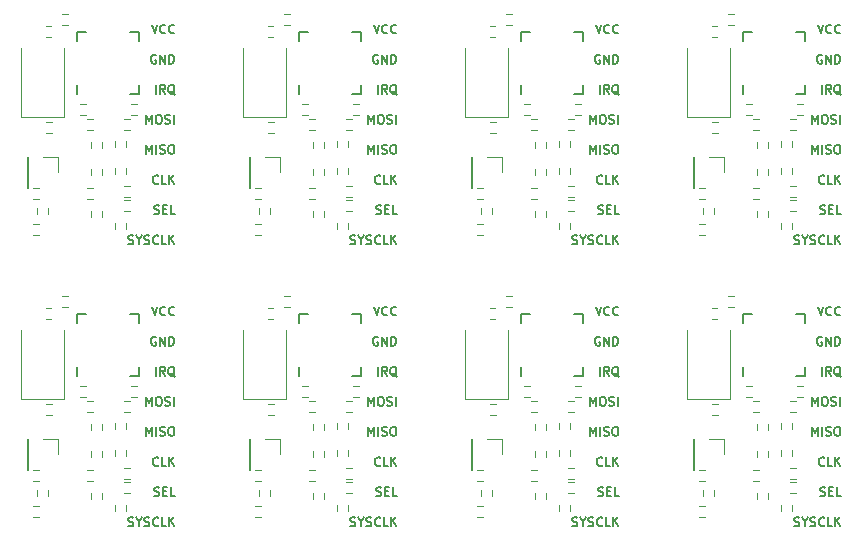
<source format=gto>
G04 #@! TF.FileFunction,Legend,Top*
%FSLAX46Y46*%
G04 Gerber Fmt 4.6, Leading zero omitted, Abs format (unit mm)*
G04 Created by KiCad (PCBNEW 4.0.5+dfsg1-4) date Fri Mar 30 22:23:14 2018*
%MOMM*%
%LPD*%
G01*
G04 APERTURE LIST*
%ADD10C,0.100000*%
%ADD11C,0.150000*%
%ADD12C,0.120000*%
G04 APERTURE END LIST*
D10*
D11*
X169251572Y-79051286D02*
X169501572Y-79801286D01*
X169751572Y-79051286D01*
X170430143Y-79729857D02*
X170394429Y-79765571D01*
X170287286Y-79801286D01*
X170215857Y-79801286D01*
X170108714Y-79765571D01*
X170037286Y-79694143D01*
X170001571Y-79622714D01*
X169965857Y-79479857D01*
X169965857Y-79372714D01*
X170001571Y-79229857D01*
X170037286Y-79158429D01*
X170108714Y-79087000D01*
X170215857Y-79051286D01*
X170287286Y-79051286D01*
X170394429Y-79087000D01*
X170430143Y-79122714D01*
X171180143Y-79729857D02*
X171144429Y-79765571D01*
X171037286Y-79801286D01*
X170965857Y-79801286D01*
X170858714Y-79765571D01*
X170787286Y-79694143D01*
X170751571Y-79622714D01*
X170715857Y-79479857D01*
X170715857Y-79372714D01*
X170751571Y-79229857D01*
X170787286Y-79158429D01*
X170858714Y-79087000D01*
X170965857Y-79051286D01*
X171037286Y-79051286D01*
X171144429Y-79087000D01*
X171180143Y-79122714D01*
X169608715Y-81637000D02*
X169537286Y-81601286D01*
X169430143Y-81601286D01*
X169323000Y-81637000D01*
X169251572Y-81708429D01*
X169215857Y-81779857D01*
X169180143Y-81922714D01*
X169180143Y-82029857D01*
X169215857Y-82172714D01*
X169251572Y-82244143D01*
X169323000Y-82315571D01*
X169430143Y-82351286D01*
X169501572Y-82351286D01*
X169608715Y-82315571D01*
X169644429Y-82279857D01*
X169644429Y-82029857D01*
X169501572Y-82029857D01*
X169965857Y-82351286D02*
X169965857Y-81601286D01*
X170394429Y-82351286D01*
X170394429Y-81601286D01*
X170751571Y-82351286D02*
X170751571Y-81601286D01*
X170930143Y-81601286D01*
X171037286Y-81637000D01*
X171108714Y-81708429D01*
X171144429Y-81779857D01*
X171180143Y-81922714D01*
X171180143Y-82029857D01*
X171144429Y-82172714D01*
X171108714Y-82244143D01*
X171037286Y-82315571D01*
X170930143Y-82351286D01*
X170751571Y-82351286D01*
X169608714Y-84901286D02*
X169608714Y-84151286D01*
X170394429Y-84901286D02*
X170144429Y-84544143D01*
X169965857Y-84901286D02*
X169965857Y-84151286D01*
X170251572Y-84151286D01*
X170323000Y-84187000D01*
X170358715Y-84222714D01*
X170394429Y-84294143D01*
X170394429Y-84401286D01*
X170358715Y-84472714D01*
X170323000Y-84508429D01*
X170251572Y-84544143D01*
X169965857Y-84544143D01*
X171215857Y-84972714D02*
X171144429Y-84937000D01*
X171073000Y-84865571D01*
X170965857Y-84758429D01*
X170894429Y-84722714D01*
X170823000Y-84722714D01*
X170858715Y-84901286D02*
X170787286Y-84865571D01*
X170715857Y-84794143D01*
X170680143Y-84651286D01*
X170680143Y-84401286D01*
X170715857Y-84258429D01*
X170787286Y-84187000D01*
X170858715Y-84151286D01*
X171001572Y-84151286D01*
X171073000Y-84187000D01*
X171144429Y-84258429D01*
X171180143Y-84401286D01*
X171180143Y-84651286D01*
X171144429Y-84794143D01*
X171073000Y-84865571D01*
X171001572Y-84901286D01*
X170858715Y-84901286D01*
X168787285Y-87451286D02*
X168787285Y-86701286D01*
X169037285Y-87237000D01*
X169287285Y-86701286D01*
X169287285Y-87451286D01*
X169787286Y-86701286D02*
X169930143Y-86701286D01*
X170001571Y-86737000D01*
X170073000Y-86808429D01*
X170108714Y-86951286D01*
X170108714Y-87201286D01*
X170073000Y-87344143D01*
X170001571Y-87415571D01*
X169930143Y-87451286D01*
X169787286Y-87451286D01*
X169715857Y-87415571D01*
X169644428Y-87344143D01*
X169608714Y-87201286D01*
X169608714Y-86951286D01*
X169644428Y-86808429D01*
X169715857Y-86737000D01*
X169787286Y-86701286D01*
X170394428Y-87415571D02*
X170501571Y-87451286D01*
X170680142Y-87451286D01*
X170751571Y-87415571D01*
X170787285Y-87379857D01*
X170823000Y-87308429D01*
X170823000Y-87237000D01*
X170787285Y-87165571D01*
X170751571Y-87129857D01*
X170680142Y-87094143D01*
X170537285Y-87058429D01*
X170465857Y-87022714D01*
X170430142Y-86987000D01*
X170394428Y-86915571D01*
X170394428Y-86844143D01*
X170430142Y-86772714D01*
X170465857Y-86737000D01*
X170537285Y-86701286D01*
X170715857Y-86701286D01*
X170823000Y-86737000D01*
X171144428Y-87451286D02*
X171144428Y-86701286D01*
X168787285Y-90001286D02*
X168787285Y-89251286D01*
X169037285Y-89787000D01*
X169287285Y-89251286D01*
X169287285Y-90001286D01*
X169644428Y-90001286D02*
X169644428Y-89251286D01*
X169965857Y-89965571D02*
X170073000Y-90001286D01*
X170251571Y-90001286D01*
X170323000Y-89965571D01*
X170358714Y-89929857D01*
X170394429Y-89858429D01*
X170394429Y-89787000D01*
X170358714Y-89715571D01*
X170323000Y-89679857D01*
X170251571Y-89644143D01*
X170108714Y-89608429D01*
X170037286Y-89572714D01*
X170001571Y-89537000D01*
X169965857Y-89465571D01*
X169965857Y-89394143D01*
X170001571Y-89322714D01*
X170037286Y-89287000D01*
X170108714Y-89251286D01*
X170287286Y-89251286D01*
X170394429Y-89287000D01*
X170858715Y-89251286D02*
X171001572Y-89251286D01*
X171073000Y-89287000D01*
X171144429Y-89358429D01*
X171180143Y-89501286D01*
X171180143Y-89751286D01*
X171144429Y-89894143D01*
X171073000Y-89965571D01*
X171001572Y-90001286D01*
X170858715Y-90001286D01*
X170787286Y-89965571D01*
X170715857Y-89894143D01*
X170680143Y-89751286D01*
X170680143Y-89501286D01*
X170715857Y-89358429D01*
X170787286Y-89287000D01*
X170858715Y-89251286D01*
X169823000Y-92479857D02*
X169787286Y-92515571D01*
X169680143Y-92551286D01*
X169608714Y-92551286D01*
X169501571Y-92515571D01*
X169430143Y-92444143D01*
X169394428Y-92372714D01*
X169358714Y-92229857D01*
X169358714Y-92122714D01*
X169394428Y-91979857D01*
X169430143Y-91908429D01*
X169501571Y-91837000D01*
X169608714Y-91801286D01*
X169680143Y-91801286D01*
X169787286Y-91837000D01*
X169823000Y-91872714D01*
X170501571Y-92551286D02*
X170144428Y-92551286D01*
X170144428Y-91801286D01*
X170751571Y-92551286D02*
X170751571Y-91801286D01*
X171180143Y-92551286D02*
X170858714Y-92122714D01*
X171180143Y-91801286D02*
X170751571Y-92229857D01*
X169465857Y-95065571D02*
X169573000Y-95101286D01*
X169751571Y-95101286D01*
X169823000Y-95065571D01*
X169858714Y-95029857D01*
X169894429Y-94958429D01*
X169894429Y-94887000D01*
X169858714Y-94815571D01*
X169823000Y-94779857D01*
X169751571Y-94744143D01*
X169608714Y-94708429D01*
X169537286Y-94672714D01*
X169501571Y-94637000D01*
X169465857Y-94565571D01*
X169465857Y-94494143D01*
X169501571Y-94422714D01*
X169537286Y-94387000D01*
X169608714Y-94351286D01*
X169787286Y-94351286D01*
X169894429Y-94387000D01*
X170215857Y-94708429D02*
X170465857Y-94708429D01*
X170573000Y-95101286D02*
X170215857Y-95101286D01*
X170215857Y-94351286D01*
X170573000Y-94351286D01*
X171251571Y-95101286D02*
X170894428Y-95101286D01*
X170894428Y-94351286D01*
X167287285Y-97615571D02*
X167394428Y-97651286D01*
X167572999Y-97651286D01*
X167644428Y-97615571D01*
X167680142Y-97579857D01*
X167715857Y-97508429D01*
X167715857Y-97437000D01*
X167680142Y-97365571D01*
X167644428Y-97329857D01*
X167572999Y-97294143D01*
X167430142Y-97258429D01*
X167358714Y-97222714D01*
X167322999Y-97187000D01*
X167287285Y-97115571D01*
X167287285Y-97044143D01*
X167322999Y-96972714D01*
X167358714Y-96937000D01*
X167430142Y-96901286D01*
X167608714Y-96901286D01*
X167715857Y-96937000D01*
X168180143Y-97294143D02*
X168180143Y-97651286D01*
X167930143Y-96901286D02*
X168180143Y-97294143D01*
X168430143Y-96901286D01*
X168644428Y-97615571D02*
X168751571Y-97651286D01*
X168930142Y-97651286D01*
X169001571Y-97615571D01*
X169037285Y-97579857D01*
X169073000Y-97508429D01*
X169073000Y-97437000D01*
X169037285Y-97365571D01*
X169001571Y-97329857D01*
X168930142Y-97294143D01*
X168787285Y-97258429D01*
X168715857Y-97222714D01*
X168680142Y-97187000D01*
X168644428Y-97115571D01*
X168644428Y-97044143D01*
X168680142Y-96972714D01*
X168715857Y-96937000D01*
X168787285Y-96901286D01*
X168965857Y-96901286D01*
X169073000Y-96937000D01*
X169823000Y-97579857D02*
X169787286Y-97615571D01*
X169680143Y-97651286D01*
X169608714Y-97651286D01*
X169501571Y-97615571D01*
X169430143Y-97544143D01*
X169394428Y-97472714D01*
X169358714Y-97329857D01*
X169358714Y-97222714D01*
X169394428Y-97079857D01*
X169430143Y-97008429D01*
X169501571Y-96937000D01*
X169608714Y-96901286D01*
X169680143Y-96901286D01*
X169787286Y-96937000D01*
X169823000Y-96972714D01*
X170501571Y-97651286D02*
X170144428Y-97651286D01*
X170144428Y-96901286D01*
X170751571Y-97651286D02*
X170751571Y-96901286D01*
X171180143Y-97651286D02*
X170858714Y-97222714D01*
X171180143Y-96901286D02*
X170751571Y-97329857D01*
X169251572Y-55175286D02*
X169501572Y-55925286D01*
X169751572Y-55175286D01*
X170430143Y-55853857D02*
X170394429Y-55889571D01*
X170287286Y-55925286D01*
X170215857Y-55925286D01*
X170108714Y-55889571D01*
X170037286Y-55818143D01*
X170001571Y-55746714D01*
X169965857Y-55603857D01*
X169965857Y-55496714D01*
X170001571Y-55353857D01*
X170037286Y-55282429D01*
X170108714Y-55211000D01*
X170215857Y-55175286D01*
X170287286Y-55175286D01*
X170394429Y-55211000D01*
X170430143Y-55246714D01*
X171180143Y-55853857D02*
X171144429Y-55889571D01*
X171037286Y-55925286D01*
X170965857Y-55925286D01*
X170858714Y-55889571D01*
X170787286Y-55818143D01*
X170751571Y-55746714D01*
X170715857Y-55603857D01*
X170715857Y-55496714D01*
X170751571Y-55353857D01*
X170787286Y-55282429D01*
X170858714Y-55211000D01*
X170965857Y-55175286D01*
X171037286Y-55175286D01*
X171144429Y-55211000D01*
X171180143Y-55246714D01*
X169608715Y-57761000D02*
X169537286Y-57725286D01*
X169430143Y-57725286D01*
X169323000Y-57761000D01*
X169251572Y-57832429D01*
X169215857Y-57903857D01*
X169180143Y-58046714D01*
X169180143Y-58153857D01*
X169215857Y-58296714D01*
X169251572Y-58368143D01*
X169323000Y-58439571D01*
X169430143Y-58475286D01*
X169501572Y-58475286D01*
X169608715Y-58439571D01*
X169644429Y-58403857D01*
X169644429Y-58153857D01*
X169501572Y-58153857D01*
X169965857Y-58475286D02*
X169965857Y-57725286D01*
X170394429Y-58475286D01*
X170394429Y-57725286D01*
X170751571Y-58475286D02*
X170751571Y-57725286D01*
X170930143Y-57725286D01*
X171037286Y-57761000D01*
X171108714Y-57832429D01*
X171144429Y-57903857D01*
X171180143Y-58046714D01*
X171180143Y-58153857D01*
X171144429Y-58296714D01*
X171108714Y-58368143D01*
X171037286Y-58439571D01*
X170930143Y-58475286D01*
X170751571Y-58475286D01*
X169608714Y-61025286D02*
X169608714Y-60275286D01*
X170394429Y-61025286D02*
X170144429Y-60668143D01*
X169965857Y-61025286D02*
X169965857Y-60275286D01*
X170251572Y-60275286D01*
X170323000Y-60311000D01*
X170358715Y-60346714D01*
X170394429Y-60418143D01*
X170394429Y-60525286D01*
X170358715Y-60596714D01*
X170323000Y-60632429D01*
X170251572Y-60668143D01*
X169965857Y-60668143D01*
X171215857Y-61096714D02*
X171144429Y-61061000D01*
X171073000Y-60989571D01*
X170965857Y-60882429D01*
X170894429Y-60846714D01*
X170823000Y-60846714D01*
X170858715Y-61025286D02*
X170787286Y-60989571D01*
X170715857Y-60918143D01*
X170680143Y-60775286D01*
X170680143Y-60525286D01*
X170715857Y-60382429D01*
X170787286Y-60311000D01*
X170858715Y-60275286D01*
X171001572Y-60275286D01*
X171073000Y-60311000D01*
X171144429Y-60382429D01*
X171180143Y-60525286D01*
X171180143Y-60775286D01*
X171144429Y-60918143D01*
X171073000Y-60989571D01*
X171001572Y-61025286D01*
X170858715Y-61025286D01*
X168787285Y-63575286D02*
X168787285Y-62825286D01*
X169037285Y-63361000D01*
X169287285Y-62825286D01*
X169287285Y-63575286D01*
X169787286Y-62825286D02*
X169930143Y-62825286D01*
X170001571Y-62861000D01*
X170073000Y-62932429D01*
X170108714Y-63075286D01*
X170108714Y-63325286D01*
X170073000Y-63468143D01*
X170001571Y-63539571D01*
X169930143Y-63575286D01*
X169787286Y-63575286D01*
X169715857Y-63539571D01*
X169644428Y-63468143D01*
X169608714Y-63325286D01*
X169608714Y-63075286D01*
X169644428Y-62932429D01*
X169715857Y-62861000D01*
X169787286Y-62825286D01*
X170394428Y-63539571D02*
X170501571Y-63575286D01*
X170680142Y-63575286D01*
X170751571Y-63539571D01*
X170787285Y-63503857D01*
X170823000Y-63432429D01*
X170823000Y-63361000D01*
X170787285Y-63289571D01*
X170751571Y-63253857D01*
X170680142Y-63218143D01*
X170537285Y-63182429D01*
X170465857Y-63146714D01*
X170430142Y-63111000D01*
X170394428Y-63039571D01*
X170394428Y-62968143D01*
X170430142Y-62896714D01*
X170465857Y-62861000D01*
X170537285Y-62825286D01*
X170715857Y-62825286D01*
X170823000Y-62861000D01*
X171144428Y-63575286D02*
X171144428Y-62825286D01*
X168787285Y-66125286D02*
X168787285Y-65375286D01*
X169037285Y-65911000D01*
X169287285Y-65375286D01*
X169287285Y-66125286D01*
X169644428Y-66125286D02*
X169644428Y-65375286D01*
X169965857Y-66089571D02*
X170073000Y-66125286D01*
X170251571Y-66125286D01*
X170323000Y-66089571D01*
X170358714Y-66053857D01*
X170394429Y-65982429D01*
X170394429Y-65911000D01*
X170358714Y-65839571D01*
X170323000Y-65803857D01*
X170251571Y-65768143D01*
X170108714Y-65732429D01*
X170037286Y-65696714D01*
X170001571Y-65661000D01*
X169965857Y-65589571D01*
X169965857Y-65518143D01*
X170001571Y-65446714D01*
X170037286Y-65411000D01*
X170108714Y-65375286D01*
X170287286Y-65375286D01*
X170394429Y-65411000D01*
X170858715Y-65375286D02*
X171001572Y-65375286D01*
X171073000Y-65411000D01*
X171144429Y-65482429D01*
X171180143Y-65625286D01*
X171180143Y-65875286D01*
X171144429Y-66018143D01*
X171073000Y-66089571D01*
X171001572Y-66125286D01*
X170858715Y-66125286D01*
X170787286Y-66089571D01*
X170715857Y-66018143D01*
X170680143Y-65875286D01*
X170680143Y-65625286D01*
X170715857Y-65482429D01*
X170787286Y-65411000D01*
X170858715Y-65375286D01*
X169823000Y-68603857D02*
X169787286Y-68639571D01*
X169680143Y-68675286D01*
X169608714Y-68675286D01*
X169501571Y-68639571D01*
X169430143Y-68568143D01*
X169394428Y-68496714D01*
X169358714Y-68353857D01*
X169358714Y-68246714D01*
X169394428Y-68103857D01*
X169430143Y-68032429D01*
X169501571Y-67961000D01*
X169608714Y-67925286D01*
X169680143Y-67925286D01*
X169787286Y-67961000D01*
X169823000Y-67996714D01*
X170501571Y-68675286D02*
X170144428Y-68675286D01*
X170144428Y-67925286D01*
X170751571Y-68675286D02*
X170751571Y-67925286D01*
X171180143Y-68675286D02*
X170858714Y-68246714D01*
X171180143Y-67925286D02*
X170751571Y-68353857D01*
X169465857Y-71189571D02*
X169573000Y-71225286D01*
X169751571Y-71225286D01*
X169823000Y-71189571D01*
X169858714Y-71153857D01*
X169894429Y-71082429D01*
X169894429Y-71011000D01*
X169858714Y-70939571D01*
X169823000Y-70903857D01*
X169751571Y-70868143D01*
X169608714Y-70832429D01*
X169537286Y-70796714D01*
X169501571Y-70761000D01*
X169465857Y-70689571D01*
X169465857Y-70618143D01*
X169501571Y-70546714D01*
X169537286Y-70511000D01*
X169608714Y-70475286D01*
X169787286Y-70475286D01*
X169894429Y-70511000D01*
X170215857Y-70832429D02*
X170465857Y-70832429D01*
X170573000Y-71225286D02*
X170215857Y-71225286D01*
X170215857Y-70475286D01*
X170573000Y-70475286D01*
X171251571Y-71225286D02*
X170894428Y-71225286D01*
X170894428Y-70475286D01*
X167287285Y-73739571D02*
X167394428Y-73775286D01*
X167572999Y-73775286D01*
X167644428Y-73739571D01*
X167680142Y-73703857D01*
X167715857Y-73632429D01*
X167715857Y-73561000D01*
X167680142Y-73489571D01*
X167644428Y-73453857D01*
X167572999Y-73418143D01*
X167430142Y-73382429D01*
X167358714Y-73346714D01*
X167322999Y-73311000D01*
X167287285Y-73239571D01*
X167287285Y-73168143D01*
X167322999Y-73096714D01*
X167358714Y-73061000D01*
X167430142Y-73025286D01*
X167608714Y-73025286D01*
X167715857Y-73061000D01*
X168180143Y-73418143D02*
X168180143Y-73775286D01*
X167930143Y-73025286D02*
X168180143Y-73418143D01*
X168430143Y-73025286D01*
X168644428Y-73739571D02*
X168751571Y-73775286D01*
X168930142Y-73775286D01*
X169001571Y-73739571D01*
X169037285Y-73703857D01*
X169073000Y-73632429D01*
X169073000Y-73561000D01*
X169037285Y-73489571D01*
X169001571Y-73453857D01*
X168930142Y-73418143D01*
X168787285Y-73382429D01*
X168715857Y-73346714D01*
X168680142Y-73311000D01*
X168644428Y-73239571D01*
X168644428Y-73168143D01*
X168680142Y-73096714D01*
X168715857Y-73061000D01*
X168787285Y-73025286D01*
X168965857Y-73025286D01*
X169073000Y-73061000D01*
X169823000Y-73703857D02*
X169787286Y-73739571D01*
X169680143Y-73775286D01*
X169608714Y-73775286D01*
X169501571Y-73739571D01*
X169430143Y-73668143D01*
X169394428Y-73596714D01*
X169358714Y-73453857D01*
X169358714Y-73346714D01*
X169394428Y-73203857D01*
X169430143Y-73132429D01*
X169501571Y-73061000D01*
X169608714Y-73025286D01*
X169680143Y-73025286D01*
X169787286Y-73061000D01*
X169823000Y-73096714D01*
X170501571Y-73775286D02*
X170144428Y-73775286D01*
X170144428Y-73025286D01*
X170751571Y-73775286D02*
X170751571Y-73025286D01*
X171180143Y-73775286D02*
X170858714Y-73346714D01*
X171180143Y-73025286D02*
X170751571Y-73453857D01*
X150455572Y-55175286D02*
X150705572Y-55925286D01*
X150955572Y-55175286D01*
X151634143Y-55853857D02*
X151598429Y-55889571D01*
X151491286Y-55925286D01*
X151419857Y-55925286D01*
X151312714Y-55889571D01*
X151241286Y-55818143D01*
X151205571Y-55746714D01*
X151169857Y-55603857D01*
X151169857Y-55496714D01*
X151205571Y-55353857D01*
X151241286Y-55282429D01*
X151312714Y-55211000D01*
X151419857Y-55175286D01*
X151491286Y-55175286D01*
X151598429Y-55211000D01*
X151634143Y-55246714D01*
X152384143Y-55853857D02*
X152348429Y-55889571D01*
X152241286Y-55925286D01*
X152169857Y-55925286D01*
X152062714Y-55889571D01*
X151991286Y-55818143D01*
X151955571Y-55746714D01*
X151919857Y-55603857D01*
X151919857Y-55496714D01*
X151955571Y-55353857D01*
X151991286Y-55282429D01*
X152062714Y-55211000D01*
X152169857Y-55175286D01*
X152241286Y-55175286D01*
X152348429Y-55211000D01*
X152384143Y-55246714D01*
X150812715Y-57761000D02*
X150741286Y-57725286D01*
X150634143Y-57725286D01*
X150527000Y-57761000D01*
X150455572Y-57832429D01*
X150419857Y-57903857D01*
X150384143Y-58046714D01*
X150384143Y-58153857D01*
X150419857Y-58296714D01*
X150455572Y-58368143D01*
X150527000Y-58439571D01*
X150634143Y-58475286D01*
X150705572Y-58475286D01*
X150812715Y-58439571D01*
X150848429Y-58403857D01*
X150848429Y-58153857D01*
X150705572Y-58153857D01*
X151169857Y-58475286D02*
X151169857Y-57725286D01*
X151598429Y-58475286D01*
X151598429Y-57725286D01*
X151955571Y-58475286D02*
X151955571Y-57725286D01*
X152134143Y-57725286D01*
X152241286Y-57761000D01*
X152312714Y-57832429D01*
X152348429Y-57903857D01*
X152384143Y-58046714D01*
X152384143Y-58153857D01*
X152348429Y-58296714D01*
X152312714Y-58368143D01*
X152241286Y-58439571D01*
X152134143Y-58475286D01*
X151955571Y-58475286D01*
X150812714Y-61025286D02*
X150812714Y-60275286D01*
X151598429Y-61025286D02*
X151348429Y-60668143D01*
X151169857Y-61025286D02*
X151169857Y-60275286D01*
X151455572Y-60275286D01*
X151527000Y-60311000D01*
X151562715Y-60346714D01*
X151598429Y-60418143D01*
X151598429Y-60525286D01*
X151562715Y-60596714D01*
X151527000Y-60632429D01*
X151455572Y-60668143D01*
X151169857Y-60668143D01*
X152419857Y-61096714D02*
X152348429Y-61061000D01*
X152277000Y-60989571D01*
X152169857Y-60882429D01*
X152098429Y-60846714D01*
X152027000Y-60846714D01*
X152062715Y-61025286D02*
X151991286Y-60989571D01*
X151919857Y-60918143D01*
X151884143Y-60775286D01*
X151884143Y-60525286D01*
X151919857Y-60382429D01*
X151991286Y-60311000D01*
X152062715Y-60275286D01*
X152205572Y-60275286D01*
X152277000Y-60311000D01*
X152348429Y-60382429D01*
X152384143Y-60525286D01*
X152384143Y-60775286D01*
X152348429Y-60918143D01*
X152277000Y-60989571D01*
X152205572Y-61025286D01*
X152062715Y-61025286D01*
X149991285Y-63575286D02*
X149991285Y-62825286D01*
X150241285Y-63361000D01*
X150491285Y-62825286D01*
X150491285Y-63575286D01*
X150991286Y-62825286D02*
X151134143Y-62825286D01*
X151205571Y-62861000D01*
X151277000Y-62932429D01*
X151312714Y-63075286D01*
X151312714Y-63325286D01*
X151277000Y-63468143D01*
X151205571Y-63539571D01*
X151134143Y-63575286D01*
X150991286Y-63575286D01*
X150919857Y-63539571D01*
X150848428Y-63468143D01*
X150812714Y-63325286D01*
X150812714Y-63075286D01*
X150848428Y-62932429D01*
X150919857Y-62861000D01*
X150991286Y-62825286D01*
X151598428Y-63539571D02*
X151705571Y-63575286D01*
X151884142Y-63575286D01*
X151955571Y-63539571D01*
X151991285Y-63503857D01*
X152027000Y-63432429D01*
X152027000Y-63361000D01*
X151991285Y-63289571D01*
X151955571Y-63253857D01*
X151884142Y-63218143D01*
X151741285Y-63182429D01*
X151669857Y-63146714D01*
X151634142Y-63111000D01*
X151598428Y-63039571D01*
X151598428Y-62968143D01*
X151634142Y-62896714D01*
X151669857Y-62861000D01*
X151741285Y-62825286D01*
X151919857Y-62825286D01*
X152027000Y-62861000D01*
X152348428Y-63575286D02*
X152348428Y-62825286D01*
X149991285Y-66125286D02*
X149991285Y-65375286D01*
X150241285Y-65911000D01*
X150491285Y-65375286D01*
X150491285Y-66125286D01*
X150848428Y-66125286D02*
X150848428Y-65375286D01*
X151169857Y-66089571D02*
X151277000Y-66125286D01*
X151455571Y-66125286D01*
X151527000Y-66089571D01*
X151562714Y-66053857D01*
X151598429Y-65982429D01*
X151598429Y-65911000D01*
X151562714Y-65839571D01*
X151527000Y-65803857D01*
X151455571Y-65768143D01*
X151312714Y-65732429D01*
X151241286Y-65696714D01*
X151205571Y-65661000D01*
X151169857Y-65589571D01*
X151169857Y-65518143D01*
X151205571Y-65446714D01*
X151241286Y-65411000D01*
X151312714Y-65375286D01*
X151491286Y-65375286D01*
X151598429Y-65411000D01*
X152062715Y-65375286D02*
X152205572Y-65375286D01*
X152277000Y-65411000D01*
X152348429Y-65482429D01*
X152384143Y-65625286D01*
X152384143Y-65875286D01*
X152348429Y-66018143D01*
X152277000Y-66089571D01*
X152205572Y-66125286D01*
X152062715Y-66125286D01*
X151991286Y-66089571D01*
X151919857Y-66018143D01*
X151884143Y-65875286D01*
X151884143Y-65625286D01*
X151919857Y-65482429D01*
X151991286Y-65411000D01*
X152062715Y-65375286D01*
X151027000Y-68603857D02*
X150991286Y-68639571D01*
X150884143Y-68675286D01*
X150812714Y-68675286D01*
X150705571Y-68639571D01*
X150634143Y-68568143D01*
X150598428Y-68496714D01*
X150562714Y-68353857D01*
X150562714Y-68246714D01*
X150598428Y-68103857D01*
X150634143Y-68032429D01*
X150705571Y-67961000D01*
X150812714Y-67925286D01*
X150884143Y-67925286D01*
X150991286Y-67961000D01*
X151027000Y-67996714D01*
X151705571Y-68675286D02*
X151348428Y-68675286D01*
X151348428Y-67925286D01*
X151955571Y-68675286D02*
X151955571Y-67925286D01*
X152384143Y-68675286D02*
X152062714Y-68246714D01*
X152384143Y-67925286D02*
X151955571Y-68353857D01*
X150669857Y-71189571D02*
X150777000Y-71225286D01*
X150955571Y-71225286D01*
X151027000Y-71189571D01*
X151062714Y-71153857D01*
X151098429Y-71082429D01*
X151098429Y-71011000D01*
X151062714Y-70939571D01*
X151027000Y-70903857D01*
X150955571Y-70868143D01*
X150812714Y-70832429D01*
X150741286Y-70796714D01*
X150705571Y-70761000D01*
X150669857Y-70689571D01*
X150669857Y-70618143D01*
X150705571Y-70546714D01*
X150741286Y-70511000D01*
X150812714Y-70475286D01*
X150991286Y-70475286D01*
X151098429Y-70511000D01*
X151419857Y-70832429D02*
X151669857Y-70832429D01*
X151777000Y-71225286D02*
X151419857Y-71225286D01*
X151419857Y-70475286D01*
X151777000Y-70475286D01*
X152455571Y-71225286D02*
X152098428Y-71225286D01*
X152098428Y-70475286D01*
X148491285Y-73739571D02*
X148598428Y-73775286D01*
X148776999Y-73775286D01*
X148848428Y-73739571D01*
X148884142Y-73703857D01*
X148919857Y-73632429D01*
X148919857Y-73561000D01*
X148884142Y-73489571D01*
X148848428Y-73453857D01*
X148776999Y-73418143D01*
X148634142Y-73382429D01*
X148562714Y-73346714D01*
X148526999Y-73311000D01*
X148491285Y-73239571D01*
X148491285Y-73168143D01*
X148526999Y-73096714D01*
X148562714Y-73061000D01*
X148634142Y-73025286D01*
X148812714Y-73025286D01*
X148919857Y-73061000D01*
X149384143Y-73418143D02*
X149384143Y-73775286D01*
X149134143Y-73025286D02*
X149384143Y-73418143D01*
X149634143Y-73025286D01*
X149848428Y-73739571D02*
X149955571Y-73775286D01*
X150134142Y-73775286D01*
X150205571Y-73739571D01*
X150241285Y-73703857D01*
X150277000Y-73632429D01*
X150277000Y-73561000D01*
X150241285Y-73489571D01*
X150205571Y-73453857D01*
X150134142Y-73418143D01*
X149991285Y-73382429D01*
X149919857Y-73346714D01*
X149884142Y-73311000D01*
X149848428Y-73239571D01*
X149848428Y-73168143D01*
X149884142Y-73096714D01*
X149919857Y-73061000D01*
X149991285Y-73025286D01*
X150169857Y-73025286D01*
X150277000Y-73061000D01*
X151027000Y-73703857D02*
X150991286Y-73739571D01*
X150884143Y-73775286D01*
X150812714Y-73775286D01*
X150705571Y-73739571D01*
X150634143Y-73668143D01*
X150598428Y-73596714D01*
X150562714Y-73453857D01*
X150562714Y-73346714D01*
X150598428Y-73203857D01*
X150634143Y-73132429D01*
X150705571Y-73061000D01*
X150812714Y-73025286D01*
X150884143Y-73025286D01*
X150991286Y-73061000D01*
X151027000Y-73096714D01*
X151705571Y-73775286D02*
X151348428Y-73775286D01*
X151348428Y-73025286D01*
X151955571Y-73775286D02*
X151955571Y-73025286D01*
X152384143Y-73775286D02*
X152062714Y-73346714D01*
X152384143Y-73025286D02*
X151955571Y-73453857D01*
X150455572Y-79051286D02*
X150705572Y-79801286D01*
X150955572Y-79051286D01*
X151634143Y-79729857D02*
X151598429Y-79765571D01*
X151491286Y-79801286D01*
X151419857Y-79801286D01*
X151312714Y-79765571D01*
X151241286Y-79694143D01*
X151205571Y-79622714D01*
X151169857Y-79479857D01*
X151169857Y-79372714D01*
X151205571Y-79229857D01*
X151241286Y-79158429D01*
X151312714Y-79087000D01*
X151419857Y-79051286D01*
X151491286Y-79051286D01*
X151598429Y-79087000D01*
X151634143Y-79122714D01*
X152384143Y-79729857D02*
X152348429Y-79765571D01*
X152241286Y-79801286D01*
X152169857Y-79801286D01*
X152062714Y-79765571D01*
X151991286Y-79694143D01*
X151955571Y-79622714D01*
X151919857Y-79479857D01*
X151919857Y-79372714D01*
X151955571Y-79229857D01*
X151991286Y-79158429D01*
X152062714Y-79087000D01*
X152169857Y-79051286D01*
X152241286Y-79051286D01*
X152348429Y-79087000D01*
X152384143Y-79122714D01*
X150812715Y-81637000D02*
X150741286Y-81601286D01*
X150634143Y-81601286D01*
X150527000Y-81637000D01*
X150455572Y-81708429D01*
X150419857Y-81779857D01*
X150384143Y-81922714D01*
X150384143Y-82029857D01*
X150419857Y-82172714D01*
X150455572Y-82244143D01*
X150527000Y-82315571D01*
X150634143Y-82351286D01*
X150705572Y-82351286D01*
X150812715Y-82315571D01*
X150848429Y-82279857D01*
X150848429Y-82029857D01*
X150705572Y-82029857D01*
X151169857Y-82351286D02*
X151169857Y-81601286D01*
X151598429Y-82351286D01*
X151598429Y-81601286D01*
X151955571Y-82351286D02*
X151955571Y-81601286D01*
X152134143Y-81601286D01*
X152241286Y-81637000D01*
X152312714Y-81708429D01*
X152348429Y-81779857D01*
X152384143Y-81922714D01*
X152384143Y-82029857D01*
X152348429Y-82172714D01*
X152312714Y-82244143D01*
X152241286Y-82315571D01*
X152134143Y-82351286D01*
X151955571Y-82351286D01*
X150812714Y-84901286D02*
X150812714Y-84151286D01*
X151598429Y-84901286D02*
X151348429Y-84544143D01*
X151169857Y-84901286D02*
X151169857Y-84151286D01*
X151455572Y-84151286D01*
X151527000Y-84187000D01*
X151562715Y-84222714D01*
X151598429Y-84294143D01*
X151598429Y-84401286D01*
X151562715Y-84472714D01*
X151527000Y-84508429D01*
X151455572Y-84544143D01*
X151169857Y-84544143D01*
X152419857Y-84972714D02*
X152348429Y-84937000D01*
X152277000Y-84865571D01*
X152169857Y-84758429D01*
X152098429Y-84722714D01*
X152027000Y-84722714D01*
X152062715Y-84901286D02*
X151991286Y-84865571D01*
X151919857Y-84794143D01*
X151884143Y-84651286D01*
X151884143Y-84401286D01*
X151919857Y-84258429D01*
X151991286Y-84187000D01*
X152062715Y-84151286D01*
X152205572Y-84151286D01*
X152277000Y-84187000D01*
X152348429Y-84258429D01*
X152384143Y-84401286D01*
X152384143Y-84651286D01*
X152348429Y-84794143D01*
X152277000Y-84865571D01*
X152205572Y-84901286D01*
X152062715Y-84901286D01*
X149991285Y-87451286D02*
X149991285Y-86701286D01*
X150241285Y-87237000D01*
X150491285Y-86701286D01*
X150491285Y-87451286D01*
X150991286Y-86701286D02*
X151134143Y-86701286D01*
X151205571Y-86737000D01*
X151277000Y-86808429D01*
X151312714Y-86951286D01*
X151312714Y-87201286D01*
X151277000Y-87344143D01*
X151205571Y-87415571D01*
X151134143Y-87451286D01*
X150991286Y-87451286D01*
X150919857Y-87415571D01*
X150848428Y-87344143D01*
X150812714Y-87201286D01*
X150812714Y-86951286D01*
X150848428Y-86808429D01*
X150919857Y-86737000D01*
X150991286Y-86701286D01*
X151598428Y-87415571D02*
X151705571Y-87451286D01*
X151884142Y-87451286D01*
X151955571Y-87415571D01*
X151991285Y-87379857D01*
X152027000Y-87308429D01*
X152027000Y-87237000D01*
X151991285Y-87165571D01*
X151955571Y-87129857D01*
X151884142Y-87094143D01*
X151741285Y-87058429D01*
X151669857Y-87022714D01*
X151634142Y-86987000D01*
X151598428Y-86915571D01*
X151598428Y-86844143D01*
X151634142Y-86772714D01*
X151669857Y-86737000D01*
X151741285Y-86701286D01*
X151919857Y-86701286D01*
X152027000Y-86737000D01*
X152348428Y-87451286D02*
X152348428Y-86701286D01*
X149991285Y-90001286D02*
X149991285Y-89251286D01*
X150241285Y-89787000D01*
X150491285Y-89251286D01*
X150491285Y-90001286D01*
X150848428Y-90001286D02*
X150848428Y-89251286D01*
X151169857Y-89965571D02*
X151277000Y-90001286D01*
X151455571Y-90001286D01*
X151527000Y-89965571D01*
X151562714Y-89929857D01*
X151598429Y-89858429D01*
X151598429Y-89787000D01*
X151562714Y-89715571D01*
X151527000Y-89679857D01*
X151455571Y-89644143D01*
X151312714Y-89608429D01*
X151241286Y-89572714D01*
X151205571Y-89537000D01*
X151169857Y-89465571D01*
X151169857Y-89394143D01*
X151205571Y-89322714D01*
X151241286Y-89287000D01*
X151312714Y-89251286D01*
X151491286Y-89251286D01*
X151598429Y-89287000D01*
X152062715Y-89251286D02*
X152205572Y-89251286D01*
X152277000Y-89287000D01*
X152348429Y-89358429D01*
X152384143Y-89501286D01*
X152384143Y-89751286D01*
X152348429Y-89894143D01*
X152277000Y-89965571D01*
X152205572Y-90001286D01*
X152062715Y-90001286D01*
X151991286Y-89965571D01*
X151919857Y-89894143D01*
X151884143Y-89751286D01*
X151884143Y-89501286D01*
X151919857Y-89358429D01*
X151991286Y-89287000D01*
X152062715Y-89251286D01*
X151027000Y-92479857D02*
X150991286Y-92515571D01*
X150884143Y-92551286D01*
X150812714Y-92551286D01*
X150705571Y-92515571D01*
X150634143Y-92444143D01*
X150598428Y-92372714D01*
X150562714Y-92229857D01*
X150562714Y-92122714D01*
X150598428Y-91979857D01*
X150634143Y-91908429D01*
X150705571Y-91837000D01*
X150812714Y-91801286D01*
X150884143Y-91801286D01*
X150991286Y-91837000D01*
X151027000Y-91872714D01*
X151705571Y-92551286D02*
X151348428Y-92551286D01*
X151348428Y-91801286D01*
X151955571Y-92551286D02*
X151955571Y-91801286D01*
X152384143Y-92551286D02*
X152062714Y-92122714D01*
X152384143Y-91801286D02*
X151955571Y-92229857D01*
X150669857Y-95065571D02*
X150777000Y-95101286D01*
X150955571Y-95101286D01*
X151027000Y-95065571D01*
X151062714Y-95029857D01*
X151098429Y-94958429D01*
X151098429Y-94887000D01*
X151062714Y-94815571D01*
X151027000Y-94779857D01*
X150955571Y-94744143D01*
X150812714Y-94708429D01*
X150741286Y-94672714D01*
X150705571Y-94637000D01*
X150669857Y-94565571D01*
X150669857Y-94494143D01*
X150705571Y-94422714D01*
X150741286Y-94387000D01*
X150812714Y-94351286D01*
X150991286Y-94351286D01*
X151098429Y-94387000D01*
X151419857Y-94708429D02*
X151669857Y-94708429D01*
X151777000Y-95101286D02*
X151419857Y-95101286D01*
X151419857Y-94351286D01*
X151777000Y-94351286D01*
X152455571Y-95101286D02*
X152098428Y-95101286D01*
X152098428Y-94351286D01*
X148491285Y-97615571D02*
X148598428Y-97651286D01*
X148776999Y-97651286D01*
X148848428Y-97615571D01*
X148884142Y-97579857D01*
X148919857Y-97508429D01*
X148919857Y-97437000D01*
X148884142Y-97365571D01*
X148848428Y-97329857D01*
X148776999Y-97294143D01*
X148634142Y-97258429D01*
X148562714Y-97222714D01*
X148526999Y-97187000D01*
X148491285Y-97115571D01*
X148491285Y-97044143D01*
X148526999Y-96972714D01*
X148562714Y-96937000D01*
X148634142Y-96901286D01*
X148812714Y-96901286D01*
X148919857Y-96937000D01*
X149384143Y-97294143D02*
X149384143Y-97651286D01*
X149134143Y-96901286D02*
X149384143Y-97294143D01*
X149634143Y-96901286D01*
X149848428Y-97615571D02*
X149955571Y-97651286D01*
X150134142Y-97651286D01*
X150205571Y-97615571D01*
X150241285Y-97579857D01*
X150277000Y-97508429D01*
X150277000Y-97437000D01*
X150241285Y-97365571D01*
X150205571Y-97329857D01*
X150134142Y-97294143D01*
X149991285Y-97258429D01*
X149919857Y-97222714D01*
X149884142Y-97187000D01*
X149848428Y-97115571D01*
X149848428Y-97044143D01*
X149884142Y-96972714D01*
X149919857Y-96937000D01*
X149991285Y-96901286D01*
X150169857Y-96901286D01*
X150277000Y-96937000D01*
X151027000Y-97579857D02*
X150991286Y-97615571D01*
X150884143Y-97651286D01*
X150812714Y-97651286D01*
X150705571Y-97615571D01*
X150634143Y-97544143D01*
X150598428Y-97472714D01*
X150562714Y-97329857D01*
X150562714Y-97222714D01*
X150598428Y-97079857D01*
X150634143Y-97008429D01*
X150705571Y-96937000D01*
X150812714Y-96901286D01*
X150884143Y-96901286D01*
X150991286Y-96937000D01*
X151027000Y-96972714D01*
X151705571Y-97651286D02*
X151348428Y-97651286D01*
X151348428Y-96901286D01*
X151955571Y-97651286D02*
X151955571Y-96901286D01*
X152384143Y-97651286D02*
X152062714Y-97222714D01*
X152384143Y-96901286D02*
X151955571Y-97329857D01*
X131659572Y-55175286D02*
X131909572Y-55925286D01*
X132159572Y-55175286D01*
X132838143Y-55853857D02*
X132802429Y-55889571D01*
X132695286Y-55925286D01*
X132623857Y-55925286D01*
X132516714Y-55889571D01*
X132445286Y-55818143D01*
X132409571Y-55746714D01*
X132373857Y-55603857D01*
X132373857Y-55496714D01*
X132409571Y-55353857D01*
X132445286Y-55282429D01*
X132516714Y-55211000D01*
X132623857Y-55175286D01*
X132695286Y-55175286D01*
X132802429Y-55211000D01*
X132838143Y-55246714D01*
X133588143Y-55853857D02*
X133552429Y-55889571D01*
X133445286Y-55925286D01*
X133373857Y-55925286D01*
X133266714Y-55889571D01*
X133195286Y-55818143D01*
X133159571Y-55746714D01*
X133123857Y-55603857D01*
X133123857Y-55496714D01*
X133159571Y-55353857D01*
X133195286Y-55282429D01*
X133266714Y-55211000D01*
X133373857Y-55175286D01*
X133445286Y-55175286D01*
X133552429Y-55211000D01*
X133588143Y-55246714D01*
X132016715Y-57761000D02*
X131945286Y-57725286D01*
X131838143Y-57725286D01*
X131731000Y-57761000D01*
X131659572Y-57832429D01*
X131623857Y-57903857D01*
X131588143Y-58046714D01*
X131588143Y-58153857D01*
X131623857Y-58296714D01*
X131659572Y-58368143D01*
X131731000Y-58439571D01*
X131838143Y-58475286D01*
X131909572Y-58475286D01*
X132016715Y-58439571D01*
X132052429Y-58403857D01*
X132052429Y-58153857D01*
X131909572Y-58153857D01*
X132373857Y-58475286D02*
X132373857Y-57725286D01*
X132802429Y-58475286D01*
X132802429Y-57725286D01*
X133159571Y-58475286D02*
X133159571Y-57725286D01*
X133338143Y-57725286D01*
X133445286Y-57761000D01*
X133516714Y-57832429D01*
X133552429Y-57903857D01*
X133588143Y-58046714D01*
X133588143Y-58153857D01*
X133552429Y-58296714D01*
X133516714Y-58368143D01*
X133445286Y-58439571D01*
X133338143Y-58475286D01*
X133159571Y-58475286D01*
X132016714Y-61025286D02*
X132016714Y-60275286D01*
X132802429Y-61025286D02*
X132552429Y-60668143D01*
X132373857Y-61025286D02*
X132373857Y-60275286D01*
X132659572Y-60275286D01*
X132731000Y-60311000D01*
X132766715Y-60346714D01*
X132802429Y-60418143D01*
X132802429Y-60525286D01*
X132766715Y-60596714D01*
X132731000Y-60632429D01*
X132659572Y-60668143D01*
X132373857Y-60668143D01*
X133623857Y-61096714D02*
X133552429Y-61061000D01*
X133481000Y-60989571D01*
X133373857Y-60882429D01*
X133302429Y-60846714D01*
X133231000Y-60846714D01*
X133266715Y-61025286D02*
X133195286Y-60989571D01*
X133123857Y-60918143D01*
X133088143Y-60775286D01*
X133088143Y-60525286D01*
X133123857Y-60382429D01*
X133195286Y-60311000D01*
X133266715Y-60275286D01*
X133409572Y-60275286D01*
X133481000Y-60311000D01*
X133552429Y-60382429D01*
X133588143Y-60525286D01*
X133588143Y-60775286D01*
X133552429Y-60918143D01*
X133481000Y-60989571D01*
X133409572Y-61025286D01*
X133266715Y-61025286D01*
X131195285Y-63575286D02*
X131195285Y-62825286D01*
X131445285Y-63361000D01*
X131695285Y-62825286D01*
X131695285Y-63575286D01*
X132195286Y-62825286D02*
X132338143Y-62825286D01*
X132409571Y-62861000D01*
X132481000Y-62932429D01*
X132516714Y-63075286D01*
X132516714Y-63325286D01*
X132481000Y-63468143D01*
X132409571Y-63539571D01*
X132338143Y-63575286D01*
X132195286Y-63575286D01*
X132123857Y-63539571D01*
X132052428Y-63468143D01*
X132016714Y-63325286D01*
X132016714Y-63075286D01*
X132052428Y-62932429D01*
X132123857Y-62861000D01*
X132195286Y-62825286D01*
X132802428Y-63539571D02*
X132909571Y-63575286D01*
X133088142Y-63575286D01*
X133159571Y-63539571D01*
X133195285Y-63503857D01*
X133231000Y-63432429D01*
X133231000Y-63361000D01*
X133195285Y-63289571D01*
X133159571Y-63253857D01*
X133088142Y-63218143D01*
X132945285Y-63182429D01*
X132873857Y-63146714D01*
X132838142Y-63111000D01*
X132802428Y-63039571D01*
X132802428Y-62968143D01*
X132838142Y-62896714D01*
X132873857Y-62861000D01*
X132945285Y-62825286D01*
X133123857Y-62825286D01*
X133231000Y-62861000D01*
X133552428Y-63575286D02*
X133552428Y-62825286D01*
X131195285Y-66125286D02*
X131195285Y-65375286D01*
X131445285Y-65911000D01*
X131695285Y-65375286D01*
X131695285Y-66125286D01*
X132052428Y-66125286D02*
X132052428Y-65375286D01*
X132373857Y-66089571D02*
X132481000Y-66125286D01*
X132659571Y-66125286D01*
X132731000Y-66089571D01*
X132766714Y-66053857D01*
X132802429Y-65982429D01*
X132802429Y-65911000D01*
X132766714Y-65839571D01*
X132731000Y-65803857D01*
X132659571Y-65768143D01*
X132516714Y-65732429D01*
X132445286Y-65696714D01*
X132409571Y-65661000D01*
X132373857Y-65589571D01*
X132373857Y-65518143D01*
X132409571Y-65446714D01*
X132445286Y-65411000D01*
X132516714Y-65375286D01*
X132695286Y-65375286D01*
X132802429Y-65411000D01*
X133266715Y-65375286D02*
X133409572Y-65375286D01*
X133481000Y-65411000D01*
X133552429Y-65482429D01*
X133588143Y-65625286D01*
X133588143Y-65875286D01*
X133552429Y-66018143D01*
X133481000Y-66089571D01*
X133409572Y-66125286D01*
X133266715Y-66125286D01*
X133195286Y-66089571D01*
X133123857Y-66018143D01*
X133088143Y-65875286D01*
X133088143Y-65625286D01*
X133123857Y-65482429D01*
X133195286Y-65411000D01*
X133266715Y-65375286D01*
X132231000Y-68603857D02*
X132195286Y-68639571D01*
X132088143Y-68675286D01*
X132016714Y-68675286D01*
X131909571Y-68639571D01*
X131838143Y-68568143D01*
X131802428Y-68496714D01*
X131766714Y-68353857D01*
X131766714Y-68246714D01*
X131802428Y-68103857D01*
X131838143Y-68032429D01*
X131909571Y-67961000D01*
X132016714Y-67925286D01*
X132088143Y-67925286D01*
X132195286Y-67961000D01*
X132231000Y-67996714D01*
X132909571Y-68675286D02*
X132552428Y-68675286D01*
X132552428Y-67925286D01*
X133159571Y-68675286D02*
X133159571Y-67925286D01*
X133588143Y-68675286D02*
X133266714Y-68246714D01*
X133588143Y-67925286D02*
X133159571Y-68353857D01*
X131873857Y-71189571D02*
X131981000Y-71225286D01*
X132159571Y-71225286D01*
X132231000Y-71189571D01*
X132266714Y-71153857D01*
X132302429Y-71082429D01*
X132302429Y-71011000D01*
X132266714Y-70939571D01*
X132231000Y-70903857D01*
X132159571Y-70868143D01*
X132016714Y-70832429D01*
X131945286Y-70796714D01*
X131909571Y-70761000D01*
X131873857Y-70689571D01*
X131873857Y-70618143D01*
X131909571Y-70546714D01*
X131945286Y-70511000D01*
X132016714Y-70475286D01*
X132195286Y-70475286D01*
X132302429Y-70511000D01*
X132623857Y-70832429D02*
X132873857Y-70832429D01*
X132981000Y-71225286D02*
X132623857Y-71225286D01*
X132623857Y-70475286D01*
X132981000Y-70475286D01*
X133659571Y-71225286D02*
X133302428Y-71225286D01*
X133302428Y-70475286D01*
X129695285Y-73739571D02*
X129802428Y-73775286D01*
X129980999Y-73775286D01*
X130052428Y-73739571D01*
X130088142Y-73703857D01*
X130123857Y-73632429D01*
X130123857Y-73561000D01*
X130088142Y-73489571D01*
X130052428Y-73453857D01*
X129980999Y-73418143D01*
X129838142Y-73382429D01*
X129766714Y-73346714D01*
X129730999Y-73311000D01*
X129695285Y-73239571D01*
X129695285Y-73168143D01*
X129730999Y-73096714D01*
X129766714Y-73061000D01*
X129838142Y-73025286D01*
X130016714Y-73025286D01*
X130123857Y-73061000D01*
X130588143Y-73418143D02*
X130588143Y-73775286D01*
X130338143Y-73025286D02*
X130588143Y-73418143D01*
X130838143Y-73025286D01*
X131052428Y-73739571D02*
X131159571Y-73775286D01*
X131338142Y-73775286D01*
X131409571Y-73739571D01*
X131445285Y-73703857D01*
X131481000Y-73632429D01*
X131481000Y-73561000D01*
X131445285Y-73489571D01*
X131409571Y-73453857D01*
X131338142Y-73418143D01*
X131195285Y-73382429D01*
X131123857Y-73346714D01*
X131088142Y-73311000D01*
X131052428Y-73239571D01*
X131052428Y-73168143D01*
X131088142Y-73096714D01*
X131123857Y-73061000D01*
X131195285Y-73025286D01*
X131373857Y-73025286D01*
X131481000Y-73061000D01*
X132231000Y-73703857D02*
X132195286Y-73739571D01*
X132088143Y-73775286D01*
X132016714Y-73775286D01*
X131909571Y-73739571D01*
X131838143Y-73668143D01*
X131802428Y-73596714D01*
X131766714Y-73453857D01*
X131766714Y-73346714D01*
X131802428Y-73203857D01*
X131838143Y-73132429D01*
X131909571Y-73061000D01*
X132016714Y-73025286D01*
X132088143Y-73025286D01*
X132195286Y-73061000D01*
X132231000Y-73096714D01*
X132909571Y-73775286D02*
X132552428Y-73775286D01*
X132552428Y-73025286D01*
X133159571Y-73775286D02*
X133159571Y-73025286D01*
X133588143Y-73775286D02*
X133266714Y-73346714D01*
X133588143Y-73025286D02*
X133159571Y-73453857D01*
X131659572Y-79051286D02*
X131909572Y-79801286D01*
X132159572Y-79051286D01*
X132838143Y-79729857D02*
X132802429Y-79765571D01*
X132695286Y-79801286D01*
X132623857Y-79801286D01*
X132516714Y-79765571D01*
X132445286Y-79694143D01*
X132409571Y-79622714D01*
X132373857Y-79479857D01*
X132373857Y-79372714D01*
X132409571Y-79229857D01*
X132445286Y-79158429D01*
X132516714Y-79087000D01*
X132623857Y-79051286D01*
X132695286Y-79051286D01*
X132802429Y-79087000D01*
X132838143Y-79122714D01*
X133588143Y-79729857D02*
X133552429Y-79765571D01*
X133445286Y-79801286D01*
X133373857Y-79801286D01*
X133266714Y-79765571D01*
X133195286Y-79694143D01*
X133159571Y-79622714D01*
X133123857Y-79479857D01*
X133123857Y-79372714D01*
X133159571Y-79229857D01*
X133195286Y-79158429D01*
X133266714Y-79087000D01*
X133373857Y-79051286D01*
X133445286Y-79051286D01*
X133552429Y-79087000D01*
X133588143Y-79122714D01*
X132016715Y-81637000D02*
X131945286Y-81601286D01*
X131838143Y-81601286D01*
X131731000Y-81637000D01*
X131659572Y-81708429D01*
X131623857Y-81779857D01*
X131588143Y-81922714D01*
X131588143Y-82029857D01*
X131623857Y-82172714D01*
X131659572Y-82244143D01*
X131731000Y-82315571D01*
X131838143Y-82351286D01*
X131909572Y-82351286D01*
X132016715Y-82315571D01*
X132052429Y-82279857D01*
X132052429Y-82029857D01*
X131909572Y-82029857D01*
X132373857Y-82351286D02*
X132373857Y-81601286D01*
X132802429Y-82351286D01*
X132802429Y-81601286D01*
X133159571Y-82351286D02*
X133159571Y-81601286D01*
X133338143Y-81601286D01*
X133445286Y-81637000D01*
X133516714Y-81708429D01*
X133552429Y-81779857D01*
X133588143Y-81922714D01*
X133588143Y-82029857D01*
X133552429Y-82172714D01*
X133516714Y-82244143D01*
X133445286Y-82315571D01*
X133338143Y-82351286D01*
X133159571Y-82351286D01*
X132016714Y-84901286D02*
X132016714Y-84151286D01*
X132802429Y-84901286D02*
X132552429Y-84544143D01*
X132373857Y-84901286D02*
X132373857Y-84151286D01*
X132659572Y-84151286D01*
X132731000Y-84187000D01*
X132766715Y-84222714D01*
X132802429Y-84294143D01*
X132802429Y-84401286D01*
X132766715Y-84472714D01*
X132731000Y-84508429D01*
X132659572Y-84544143D01*
X132373857Y-84544143D01*
X133623857Y-84972714D02*
X133552429Y-84937000D01*
X133481000Y-84865571D01*
X133373857Y-84758429D01*
X133302429Y-84722714D01*
X133231000Y-84722714D01*
X133266715Y-84901286D02*
X133195286Y-84865571D01*
X133123857Y-84794143D01*
X133088143Y-84651286D01*
X133088143Y-84401286D01*
X133123857Y-84258429D01*
X133195286Y-84187000D01*
X133266715Y-84151286D01*
X133409572Y-84151286D01*
X133481000Y-84187000D01*
X133552429Y-84258429D01*
X133588143Y-84401286D01*
X133588143Y-84651286D01*
X133552429Y-84794143D01*
X133481000Y-84865571D01*
X133409572Y-84901286D01*
X133266715Y-84901286D01*
X131195285Y-87451286D02*
X131195285Y-86701286D01*
X131445285Y-87237000D01*
X131695285Y-86701286D01*
X131695285Y-87451286D01*
X132195286Y-86701286D02*
X132338143Y-86701286D01*
X132409571Y-86737000D01*
X132481000Y-86808429D01*
X132516714Y-86951286D01*
X132516714Y-87201286D01*
X132481000Y-87344143D01*
X132409571Y-87415571D01*
X132338143Y-87451286D01*
X132195286Y-87451286D01*
X132123857Y-87415571D01*
X132052428Y-87344143D01*
X132016714Y-87201286D01*
X132016714Y-86951286D01*
X132052428Y-86808429D01*
X132123857Y-86737000D01*
X132195286Y-86701286D01*
X132802428Y-87415571D02*
X132909571Y-87451286D01*
X133088142Y-87451286D01*
X133159571Y-87415571D01*
X133195285Y-87379857D01*
X133231000Y-87308429D01*
X133231000Y-87237000D01*
X133195285Y-87165571D01*
X133159571Y-87129857D01*
X133088142Y-87094143D01*
X132945285Y-87058429D01*
X132873857Y-87022714D01*
X132838142Y-86987000D01*
X132802428Y-86915571D01*
X132802428Y-86844143D01*
X132838142Y-86772714D01*
X132873857Y-86737000D01*
X132945285Y-86701286D01*
X133123857Y-86701286D01*
X133231000Y-86737000D01*
X133552428Y-87451286D02*
X133552428Y-86701286D01*
X131195285Y-90001286D02*
X131195285Y-89251286D01*
X131445285Y-89787000D01*
X131695285Y-89251286D01*
X131695285Y-90001286D01*
X132052428Y-90001286D02*
X132052428Y-89251286D01*
X132373857Y-89965571D02*
X132481000Y-90001286D01*
X132659571Y-90001286D01*
X132731000Y-89965571D01*
X132766714Y-89929857D01*
X132802429Y-89858429D01*
X132802429Y-89787000D01*
X132766714Y-89715571D01*
X132731000Y-89679857D01*
X132659571Y-89644143D01*
X132516714Y-89608429D01*
X132445286Y-89572714D01*
X132409571Y-89537000D01*
X132373857Y-89465571D01*
X132373857Y-89394143D01*
X132409571Y-89322714D01*
X132445286Y-89287000D01*
X132516714Y-89251286D01*
X132695286Y-89251286D01*
X132802429Y-89287000D01*
X133266715Y-89251286D02*
X133409572Y-89251286D01*
X133481000Y-89287000D01*
X133552429Y-89358429D01*
X133588143Y-89501286D01*
X133588143Y-89751286D01*
X133552429Y-89894143D01*
X133481000Y-89965571D01*
X133409572Y-90001286D01*
X133266715Y-90001286D01*
X133195286Y-89965571D01*
X133123857Y-89894143D01*
X133088143Y-89751286D01*
X133088143Y-89501286D01*
X133123857Y-89358429D01*
X133195286Y-89287000D01*
X133266715Y-89251286D01*
X132231000Y-92479857D02*
X132195286Y-92515571D01*
X132088143Y-92551286D01*
X132016714Y-92551286D01*
X131909571Y-92515571D01*
X131838143Y-92444143D01*
X131802428Y-92372714D01*
X131766714Y-92229857D01*
X131766714Y-92122714D01*
X131802428Y-91979857D01*
X131838143Y-91908429D01*
X131909571Y-91837000D01*
X132016714Y-91801286D01*
X132088143Y-91801286D01*
X132195286Y-91837000D01*
X132231000Y-91872714D01*
X132909571Y-92551286D02*
X132552428Y-92551286D01*
X132552428Y-91801286D01*
X133159571Y-92551286D02*
X133159571Y-91801286D01*
X133588143Y-92551286D02*
X133266714Y-92122714D01*
X133588143Y-91801286D02*
X133159571Y-92229857D01*
X131873857Y-95065571D02*
X131981000Y-95101286D01*
X132159571Y-95101286D01*
X132231000Y-95065571D01*
X132266714Y-95029857D01*
X132302429Y-94958429D01*
X132302429Y-94887000D01*
X132266714Y-94815571D01*
X132231000Y-94779857D01*
X132159571Y-94744143D01*
X132016714Y-94708429D01*
X131945286Y-94672714D01*
X131909571Y-94637000D01*
X131873857Y-94565571D01*
X131873857Y-94494143D01*
X131909571Y-94422714D01*
X131945286Y-94387000D01*
X132016714Y-94351286D01*
X132195286Y-94351286D01*
X132302429Y-94387000D01*
X132623857Y-94708429D02*
X132873857Y-94708429D01*
X132981000Y-95101286D02*
X132623857Y-95101286D01*
X132623857Y-94351286D01*
X132981000Y-94351286D01*
X133659571Y-95101286D02*
X133302428Y-95101286D01*
X133302428Y-94351286D01*
X129695285Y-97615571D02*
X129802428Y-97651286D01*
X129980999Y-97651286D01*
X130052428Y-97615571D01*
X130088142Y-97579857D01*
X130123857Y-97508429D01*
X130123857Y-97437000D01*
X130088142Y-97365571D01*
X130052428Y-97329857D01*
X129980999Y-97294143D01*
X129838142Y-97258429D01*
X129766714Y-97222714D01*
X129730999Y-97187000D01*
X129695285Y-97115571D01*
X129695285Y-97044143D01*
X129730999Y-96972714D01*
X129766714Y-96937000D01*
X129838142Y-96901286D01*
X130016714Y-96901286D01*
X130123857Y-96937000D01*
X130588143Y-97294143D02*
X130588143Y-97651286D01*
X130338143Y-96901286D02*
X130588143Y-97294143D01*
X130838143Y-96901286D01*
X131052428Y-97615571D02*
X131159571Y-97651286D01*
X131338142Y-97651286D01*
X131409571Y-97615571D01*
X131445285Y-97579857D01*
X131481000Y-97508429D01*
X131481000Y-97437000D01*
X131445285Y-97365571D01*
X131409571Y-97329857D01*
X131338142Y-97294143D01*
X131195285Y-97258429D01*
X131123857Y-97222714D01*
X131088142Y-97187000D01*
X131052428Y-97115571D01*
X131052428Y-97044143D01*
X131088142Y-96972714D01*
X131123857Y-96937000D01*
X131195285Y-96901286D01*
X131373857Y-96901286D01*
X131481000Y-96937000D01*
X132231000Y-97579857D02*
X132195286Y-97615571D01*
X132088143Y-97651286D01*
X132016714Y-97651286D01*
X131909571Y-97615571D01*
X131838143Y-97544143D01*
X131802428Y-97472714D01*
X131766714Y-97329857D01*
X131766714Y-97222714D01*
X131802428Y-97079857D01*
X131838143Y-97008429D01*
X131909571Y-96937000D01*
X132016714Y-96901286D01*
X132088143Y-96901286D01*
X132195286Y-96937000D01*
X132231000Y-96972714D01*
X132909571Y-97651286D02*
X132552428Y-97651286D01*
X132552428Y-96901286D01*
X133159571Y-97651286D02*
X133159571Y-96901286D01*
X133588143Y-97651286D02*
X133266714Y-97222714D01*
X133588143Y-96901286D02*
X133159571Y-97329857D01*
X112863572Y-79051286D02*
X113113572Y-79801286D01*
X113363572Y-79051286D01*
X114042143Y-79729857D02*
X114006429Y-79765571D01*
X113899286Y-79801286D01*
X113827857Y-79801286D01*
X113720714Y-79765571D01*
X113649286Y-79694143D01*
X113613571Y-79622714D01*
X113577857Y-79479857D01*
X113577857Y-79372714D01*
X113613571Y-79229857D01*
X113649286Y-79158429D01*
X113720714Y-79087000D01*
X113827857Y-79051286D01*
X113899286Y-79051286D01*
X114006429Y-79087000D01*
X114042143Y-79122714D01*
X114792143Y-79729857D02*
X114756429Y-79765571D01*
X114649286Y-79801286D01*
X114577857Y-79801286D01*
X114470714Y-79765571D01*
X114399286Y-79694143D01*
X114363571Y-79622714D01*
X114327857Y-79479857D01*
X114327857Y-79372714D01*
X114363571Y-79229857D01*
X114399286Y-79158429D01*
X114470714Y-79087000D01*
X114577857Y-79051286D01*
X114649286Y-79051286D01*
X114756429Y-79087000D01*
X114792143Y-79122714D01*
X113220715Y-81637000D02*
X113149286Y-81601286D01*
X113042143Y-81601286D01*
X112935000Y-81637000D01*
X112863572Y-81708429D01*
X112827857Y-81779857D01*
X112792143Y-81922714D01*
X112792143Y-82029857D01*
X112827857Y-82172714D01*
X112863572Y-82244143D01*
X112935000Y-82315571D01*
X113042143Y-82351286D01*
X113113572Y-82351286D01*
X113220715Y-82315571D01*
X113256429Y-82279857D01*
X113256429Y-82029857D01*
X113113572Y-82029857D01*
X113577857Y-82351286D02*
X113577857Y-81601286D01*
X114006429Y-82351286D01*
X114006429Y-81601286D01*
X114363571Y-82351286D02*
X114363571Y-81601286D01*
X114542143Y-81601286D01*
X114649286Y-81637000D01*
X114720714Y-81708429D01*
X114756429Y-81779857D01*
X114792143Y-81922714D01*
X114792143Y-82029857D01*
X114756429Y-82172714D01*
X114720714Y-82244143D01*
X114649286Y-82315571D01*
X114542143Y-82351286D01*
X114363571Y-82351286D01*
X113220714Y-84901286D02*
X113220714Y-84151286D01*
X114006429Y-84901286D02*
X113756429Y-84544143D01*
X113577857Y-84901286D02*
X113577857Y-84151286D01*
X113863572Y-84151286D01*
X113935000Y-84187000D01*
X113970715Y-84222714D01*
X114006429Y-84294143D01*
X114006429Y-84401286D01*
X113970715Y-84472714D01*
X113935000Y-84508429D01*
X113863572Y-84544143D01*
X113577857Y-84544143D01*
X114827857Y-84972714D02*
X114756429Y-84937000D01*
X114685000Y-84865571D01*
X114577857Y-84758429D01*
X114506429Y-84722714D01*
X114435000Y-84722714D01*
X114470715Y-84901286D02*
X114399286Y-84865571D01*
X114327857Y-84794143D01*
X114292143Y-84651286D01*
X114292143Y-84401286D01*
X114327857Y-84258429D01*
X114399286Y-84187000D01*
X114470715Y-84151286D01*
X114613572Y-84151286D01*
X114685000Y-84187000D01*
X114756429Y-84258429D01*
X114792143Y-84401286D01*
X114792143Y-84651286D01*
X114756429Y-84794143D01*
X114685000Y-84865571D01*
X114613572Y-84901286D01*
X114470715Y-84901286D01*
X112399285Y-87451286D02*
X112399285Y-86701286D01*
X112649285Y-87237000D01*
X112899285Y-86701286D01*
X112899285Y-87451286D01*
X113399286Y-86701286D02*
X113542143Y-86701286D01*
X113613571Y-86737000D01*
X113685000Y-86808429D01*
X113720714Y-86951286D01*
X113720714Y-87201286D01*
X113685000Y-87344143D01*
X113613571Y-87415571D01*
X113542143Y-87451286D01*
X113399286Y-87451286D01*
X113327857Y-87415571D01*
X113256428Y-87344143D01*
X113220714Y-87201286D01*
X113220714Y-86951286D01*
X113256428Y-86808429D01*
X113327857Y-86737000D01*
X113399286Y-86701286D01*
X114006428Y-87415571D02*
X114113571Y-87451286D01*
X114292142Y-87451286D01*
X114363571Y-87415571D01*
X114399285Y-87379857D01*
X114435000Y-87308429D01*
X114435000Y-87237000D01*
X114399285Y-87165571D01*
X114363571Y-87129857D01*
X114292142Y-87094143D01*
X114149285Y-87058429D01*
X114077857Y-87022714D01*
X114042142Y-86987000D01*
X114006428Y-86915571D01*
X114006428Y-86844143D01*
X114042142Y-86772714D01*
X114077857Y-86737000D01*
X114149285Y-86701286D01*
X114327857Y-86701286D01*
X114435000Y-86737000D01*
X114756428Y-87451286D02*
X114756428Y-86701286D01*
X112399285Y-90001286D02*
X112399285Y-89251286D01*
X112649285Y-89787000D01*
X112899285Y-89251286D01*
X112899285Y-90001286D01*
X113256428Y-90001286D02*
X113256428Y-89251286D01*
X113577857Y-89965571D02*
X113685000Y-90001286D01*
X113863571Y-90001286D01*
X113935000Y-89965571D01*
X113970714Y-89929857D01*
X114006429Y-89858429D01*
X114006429Y-89787000D01*
X113970714Y-89715571D01*
X113935000Y-89679857D01*
X113863571Y-89644143D01*
X113720714Y-89608429D01*
X113649286Y-89572714D01*
X113613571Y-89537000D01*
X113577857Y-89465571D01*
X113577857Y-89394143D01*
X113613571Y-89322714D01*
X113649286Y-89287000D01*
X113720714Y-89251286D01*
X113899286Y-89251286D01*
X114006429Y-89287000D01*
X114470715Y-89251286D02*
X114613572Y-89251286D01*
X114685000Y-89287000D01*
X114756429Y-89358429D01*
X114792143Y-89501286D01*
X114792143Y-89751286D01*
X114756429Y-89894143D01*
X114685000Y-89965571D01*
X114613572Y-90001286D01*
X114470715Y-90001286D01*
X114399286Y-89965571D01*
X114327857Y-89894143D01*
X114292143Y-89751286D01*
X114292143Y-89501286D01*
X114327857Y-89358429D01*
X114399286Y-89287000D01*
X114470715Y-89251286D01*
X113435000Y-92479857D02*
X113399286Y-92515571D01*
X113292143Y-92551286D01*
X113220714Y-92551286D01*
X113113571Y-92515571D01*
X113042143Y-92444143D01*
X113006428Y-92372714D01*
X112970714Y-92229857D01*
X112970714Y-92122714D01*
X113006428Y-91979857D01*
X113042143Y-91908429D01*
X113113571Y-91837000D01*
X113220714Y-91801286D01*
X113292143Y-91801286D01*
X113399286Y-91837000D01*
X113435000Y-91872714D01*
X114113571Y-92551286D02*
X113756428Y-92551286D01*
X113756428Y-91801286D01*
X114363571Y-92551286D02*
X114363571Y-91801286D01*
X114792143Y-92551286D02*
X114470714Y-92122714D01*
X114792143Y-91801286D02*
X114363571Y-92229857D01*
X113077857Y-95065571D02*
X113185000Y-95101286D01*
X113363571Y-95101286D01*
X113435000Y-95065571D01*
X113470714Y-95029857D01*
X113506429Y-94958429D01*
X113506429Y-94887000D01*
X113470714Y-94815571D01*
X113435000Y-94779857D01*
X113363571Y-94744143D01*
X113220714Y-94708429D01*
X113149286Y-94672714D01*
X113113571Y-94637000D01*
X113077857Y-94565571D01*
X113077857Y-94494143D01*
X113113571Y-94422714D01*
X113149286Y-94387000D01*
X113220714Y-94351286D01*
X113399286Y-94351286D01*
X113506429Y-94387000D01*
X113827857Y-94708429D02*
X114077857Y-94708429D01*
X114185000Y-95101286D02*
X113827857Y-95101286D01*
X113827857Y-94351286D01*
X114185000Y-94351286D01*
X114863571Y-95101286D02*
X114506428Y-95101286D01*
X114506428Y-94351286D01*
X110899285Y-97615571D02*
X111006428Y-97651286D01*
X111184999Y-97651286D01*
X111256428Y-97615571D01*
X111292142Y-97579857D01*
X111327857Y-97508429D01*
X111327857Y-97437000D01*
X111292142Y-97365571D01*
X111256428Y-97329857D01*
X111184999Y-97294143D01*
X111042142Y-97258429D01*
X110970714Y-97222714D01*
X110934999Y-97187000D01*
X110899285Y-97115571D01*
X110899285Y-97044143D01*
X110934999Y-96972714D01*
X110970714Y-96937000D01*
X111042142Y-96901286D01*
X111220714Y-96901286D01*
X111327857Y-96937000D01*
X111792143Y-97294143D02*
X111792143Y-97651286D01*
X111542143Y-96901286D02*
X111792143Y-97294143D01*
X112042143Y-96901286D01*
X112256428Y-97615571D02*
X112363571Y-97651286D01*
X112542142Y-97651286D01*
X112613571Y-97615571D01*
X112649285Y-97579857D01*
X112685000Y-97508429D01*
X112685000Y-97437000D01*
X112649285Y-97365571D01*
X112613571Y-97329857D01*
X112542142Y-97294143D01*
X112399285Y-97258429D01*
X112327857Y-97222714D01*
X112292142Y-97187000D01*
X112256428Y-97115571D01*
X112256428Y-97044143D01*
X112292142Y-96972714D01*
X112327857Y-96937000D01*
X112399285Y-96901286D01*
X112577857Y-96901286D01*
X112685000Y-96937000D01*
X113435000Y-97579857D02*
X113399286Y-97615571D01*
X113292143Y-97651286D01*
X113220714Y-97651286D01*
X113113571Y-97615571D01*
X113042143Y-97544143D01*
X113006428Y-97472714D01*
X112970714Y-97329857D01*
X112970714Y-97222714D01*
X113006428Y-97079857D01*
X113042143Y-97008429D01*
X113113571Y-96937000D01*
X113220714Y-96901286D01*
X113292143Y-96901286D01*
X113399286Y-96937000D01*
X113435000Y-96972714D01*
X114113571Y-97651286D02*
X113756428Y-97651286D01*
X113756428Y-96901286D01*
X114363571Y-97651286D02*
X114363571Y-96901286D01*
X114792143Y-97651286D02*
X114470714Y-97222714D01*
X114792143Y-96901286D02*
X114363571Y-97329857D01*
X112863572Y-55175286D02*
X113113572Y-55925286D01*
X113363572Y-55175286D01*
X114042143Y-55853857D02*
X114006429Y-55889571D01*
X113899286Y-55925286D01*
X113827857Y-55925286D01*
X113720714Y-55889571D01*
X113649286Y-55818143D01*
X113613571Y-55746714D01*
X113577857Y-55603857D01*
X113577857Y-55496714D01*
X113613571Y-55353857D01*
X113649286Y-55282429D01*
X113720714Y-55211000D01*
X113827857Y-55175286D01*
X113899286Y-55175286D01*
X114006429Y-55211000D01*
X114042143Y-55246714D01*
X114792143Y-55853857D02*
X114756429Y-55889571D01*
X114649286Y-55925286D01*
X114577857Y-55925286D01*
X114470714Y-55889571D01*
X114399286Y-55818143D01*
X114363571Y-55746714D01*
X114327857Y-55603857D01*
X114327857Y-55496714D01*
X114363571Y-55353857D01*
X114399286Y-55282429D01*
X114470714Y-55211000D01*
X114577857Y-55175286D01*
X114649286Y-55175286D01*
X114756429Y-55211000D01*
X114792143Y-55246714D01*
X113220715Y-57761000D02*
X113149286Y-57725286D01*
X113042143Y-57725286D01*
X112935000Y-57761000D01*
X112863572Y-57832429D01*
X112827857Y-57903857D01*
X112792143Y-58046714D01*
X112792143Y-58153857D01*
X112827857Y-58296714D01*
X112863572Y-58368143D01*
X112935000Y-58439571D01*
X113042143Y-58475286D01*
X113113572Y-58475286D01*
X113220715Y-58439571D01*
X113256429Y-58403857D01*
X113256429Y-58153857D01*
X113113572Y-58153857D01*
X113577857Y-58475286D02*
X113577857Y-57725286D01*
X114006429Y-58475286D01*
X114006429Y-57725286D01*
X114363571Y-58475286D02*
X114363571Y-57725286D01*
X114542143Y-57725286D01*
X114649286Y-57761000D01*
X114720714Y-57832429D01*
X114756429Y-57903857D01*
X114792143Y-58046714D01*
X114792143Y-58153857D01*
X114756429Y-58296714D01*
X114720714Y-58368143D01*
X114649286Y-58439571D01*
X114542143Y-58475286D01*
X114363571Y-58475286D01*
X113220714Y-61025286D02*
X113220714Y-60275286D01*
X114006429Y-61025286D02*
X113756429Y-60668143D01*
X113577857Y-61025286D02*
X113577857Y-60275286D01*
X113863572Y-60275286D01*
X113935000Y-60311000D01*
X113970715Y-60346714D01*
X114006429Y-60418143D01*
X114006429Y-60525286D01*
X113970715Y-60596714D01*
X113935000Y-60632429D01*
X113863572Y-60668143D01*
X113577857Y-60668143D01*
X114827857Y-61096714D02*
X114756429Y-61061000D01*
X114685000Y-60989571D01*
X114577857Y-60882429D01*
X114506429Y-60846714D01*
X114435000Y-60846714D01*
X114470715Y-61025286D02*
X114399286Y-60989571D01*
X114327857Y-60918143D01*
X114292143Y-60775286D01*
X114292143Y-60525286D01*
X114327857Y-60382429D01*
X114399286Y-60311000D01*
X114470715Y-60275286D01*
X114613572Y-60275286D01*
X114685000Y-60311000D01*
X114756429Y-60382429D01*
X114792143Y-60525286D01*
X114792143Y-60775286D01*
X114756429Y-60918143D01*
X114685000Y-60989571D01*
X114613572Y-61025286D01*
X114470715Y-61025286D01*
X112399285Y-63575286D02*
X112399285Y-62825286D01*
X112649285Y-63361000D01*
X112899285Y-62825286D01*
X112899285Y-63575286D01*
X113399286Y-62825286D02*
X113542143Y-62825286D01*
X113613571Y-62861000D01*
X113685000Y-62932429D01*
X113720714Y-63075286D01*
X113720714Y-63325286D01*
X113685000Y-63468143D01*
X113613571Y-63539571D01*
X113542143Y-63575286D01*
X113399286Y-63575286D01*
X113327857Y-63539571D01*
X113256428Y-63468143D01*
X113220714Y-63325286D01*
X113220714Y-63075286D01*
X113256428Y-62932429D01*
X113327857Y-62861000D01*
X113399286Y-62825286D01*
X114006428Y-63539571D02*
X114113571Y-63575286D01*
X114292142Y-63575286D01*
X114363571Y-63539571D01*
X114399285Y-63503857D01*
X114435000Y-63432429D01*
X114435000Y-63361000D01*
X114399285Y-63289571D01*
X114363571Y-63253857D01*
X114292142Y-63218143D01*
X114149285Y-63182429D01*
X114077857Y-63146714D01*
X114042142Y-63111000D01*
X114006428Y-63039571D01*
X114006428Y-62968143D01*
X114042142Y-62896714D01*
X114077857Y-62861000D01*
X114149285Y-62825286D01*
X114327857Y-62825286D01*
X114435000Y-62861000D01*
X114756428Y-63575286D02*
X114756428Y-62825286D01*
X112399285Y-66125286D02*
X112399285Y-65375286D01*
X112649285Y-65911000D01*
X112899285Y-65375286D01*
X112899285Y-66125286D01*
X113256428Y-66125286D02*
X113256428Y-65375286D01*
X113577857Y-66089571D02*
X113685000Y-66125286D01*
X113863571Y-66125286D01*
X113935000Y-66089571D01*
X113970714Y-66053857D01*
X114006429Y-65982429D01*
X114006429Y-65911000D01*
X113970714Y-65839571D01*
X113935000Y-65803857D01*
X113863571Y-65768143D01*
X113720714Y-65732429D01*
X113649286Y-65696714D01*
X113613571Y-65661000D01*
X113577857Y-65589571D01*
X113577857Y-65518143D01*
X113613571Y-65446714D01*
X113649286Y-65411000D01*
X113720714Y-65375286D01*
X113899286Y-65375286D01*
X114006429Y-65411000D01*
X114470715Y-65375286D02*
X114613572Y-65375286D01*
X114685000Y-65411000D01*
X114756429Y-65482429D01*
X114792143Y-65625286D01*
X114792143Y-65875286D01*
X114756429Y-66018143D01*
X114685000Y-66089571D01*
X114613572Y-66125286D01*
X114470715Y-66125286D01*
X114399286Y-66089571D01*
X114327857Y-66018143D01*
X114292143Y-65875286D01*
X114292143Y-65625286D01*
X114327857Y-65482429D01*
X114399286Y-65411000D01*
X114470715Y-65375286D01*
X113435000Y-68603857D02*
X113399286Y-68639571D01*
X113292143Y-68675286D01*
X113220714Y-68675286D01*
X113113571Y-68639571D01*
X113042143Y-68568143D01*
X113006428Y-68496714D01*
X112970714Y-68353857D01*
X112970714Y-68246714D01*
X113006428Y-68103857D01*
X113042143Y-68032429D01*
X113113571Y-67961000D01*
X113220714Y-67925286D01*
X113292143Y-67925286D01*
X113399286Y-67961000D01*
X113435000Y-67996714D01*
X114113571Y-68675286D02*
X113756428Y-68675286D01*
X113756428Y-67925286D01*
X114363571Y-68675286D02*
X114363571Y-67925286D01*
X114792143Y-68675286D02*
X114470714Y-68246714D01*
X114792143Y-67925286D02*
X114363571Y-68353857D01*
X113077857Y-71189571D02*
X113185000Y-71225286D01*
X113363571Y-71225286D01*
X113435000Y-71189571D01*
X113470714Y-71153857D01*
X113506429Y-71082429D01*
X113506429Y-71011000D01*
X113470714Y-70939571D01*
X113435000Y-70903857D01*
X113363571Y-70868143D01*
X113220714Y-70832429D01*
X113149286Y-70796714D01*
X113113571Y-70761000D01*
X113077857Y-70689571D01*
X113077857Y-70618143D01*
X113113571Y-70546714D01*
X113149286Y-70511000D01*
X113220714Y-70475286D01*
X113399286Y-70475286D01*
X113506429Y-70511000D01*
X113827857Y-70832429D02*
X114077857Y-70832429D01*
X114185000Y-71225286D02*
X113827857Y-71225286D01*
X113827857Y-70475286D01*
X114185000Y-70475286D01*
X114863571Y-71225286D02*
X114506428Y-71225286D01*
X114506428Y-70475286D01*
X110899285Y-73739571D02*
X111006428Y-73775286D01*
X111184999Y-73775286D01*
X111256428Y-73739571D01*
X111292142Y-73703857D01*
X111327857Y-73632429D01*
X111327857Y-73561000D01*
X111292142Y-73489571D01*
X111256428Y-73453857D01*
X111184999Y-73418143D01*
X111042142Y-73382429D01*
X110970714Y-73346714D01*
X110934999Y-73311000D01*
X110899285Y-73239571D01*
X110899285Y-73168143D01*
X110934999Y-73096714D01*
X110970714Y-73061000D01*
X111042142Y-73025286D01*
X111220714Y-73025286D01*
X111327857Y-73061000D01*
X111792143Y-73418143D02*
X111792143Y-73775286D01*
X111542143Y-73025286D02*
X111792143Y-73418143D01*
X112042143Y-73025286D01*
X112256428Y-73739571D02*
X112363571Y-73775286D01*
X112542142Y-73775286D01*
X112613571Y-73739571D01*
X112649285Y-73703857D01*
X112685000Y-73632429D01*
X112685000Y-73561000D01*
X112649285Y-73489571D01*
X112613571Y-73453857D01*
X112542142Y-73418143D01*
X112399285Y-73382429D01*
X112327857Y-73346714D01*
X112292142Y-73311000D01*
X112256428Y-73239571D01*
X112256428Y-73168143D01*
X112292142Y-73096714D01*
X112327857Y-73061000D01*
X112399285Y-73025286D01*
X112577857Y-73025286D01*
X112685000Y-73061000D01*
X113435000Y-73703857D02*
X113399286Y-73739571D01*
X113292143Y-73775286D01*
X113220714Y-73775286D01*
X113113571Y-73739571D01*
X113042143Y-73668143D01*
X113006428Y-73596714D01*
X112970714Y-73453857D01*
X112970714Y-73346714D01*
X113006428Y-73203857D01*
X113042143Y-73132429D01*
X113113571Y-73061000D01*
X113220714Y-73025286D01*
X113292143Y-73025286D01*
X113399286Y-73061000D01*
X113435000Y-73096714D01*
X114113571Y-73775286D02*
X113756428Y-73775286D01*
X113756428Y-73025286D01*
X114363571Y-73775286D02*
X114363571Y-73025286D01*
X114792143Y-73775286D02*
X114470714Y-73346714D01*
X114792143Y-73025286D02*
X114363571Y-73453857D01*
D12*
X165062000Y-89531000D02*
X165062000Y-89031000D01*
X164122000Y-89031000D02*
X164122000Y-89531000D01*
X160278000Y-80099000D02*
X160778000Y-80099000D01*
X160778000Y-79159000D02*
X160278000Y-79159000D01*
X161675000Y-79083000D02*
X162175000Y-79083000D01*
X162175000Y-78143000D02*
X161675000Y-78143000D01*
X158220000Y-80993000D02*
X158220000Y-86893000D01*
X158220000Y-86893000D02*
X161820000Y-86893000D01*
X161820000Y-86893000D02*
X161820000Y-80993000D01*
X160320000Y-88227000D02*
X160820000Y-88227000D01*
X160820000Y-87287000D02*
X160320000Y-87287000D01*
D11*
X162959000Y-79708000D02*
X163709000Y-79708000D01*
X168209000Y-84958000D02*
X167459000Y-84958000D01*
X168209000Y-79708000D02*
X167459000Y-79708000D01*
X162959000Y-84958000D02*
X162959000Y-84208000D01*
X168209000Y-84958000D02*
X168209000Y-84208000D01*
X168209000Y-79708000D02*
X168209000Y-80458000D01*
X162959000Y-79708000D02*
X162959000Y-80458000D01*
D12*
X167517000Y-86703000D02*
X168017000Y-86703000D01*
X168017000Y-85763000D02*
X167517000Y-85763000D01*
X163699001Y-85763000D02*
X163199001Y-85763000D01*
X163199001Y-86703000D02*
X163699001Y-86703000D01*
X164283200Y-87033000D02*
X163783200Y-87033000D01*
X163783200Y-87973000D02*
X164283200Y-87973000D01*
X166932799Y-87973000D02*
X167432799Y-87973000D01*
X167432799Y-87033000D02*
X166932799Y-87033000D01*
X159711200Y-92874999D02*
X159211200Y-92874999D01*
X159211200Y-93814999D02*
X159711200Y-93814999D01*
X158690000Y-90237000D02*
X158690000Y-92897000D01*
X158750000Y-90237000D02*
X158690000Y-90237000D01*
X158750000Y-92897000D02*
X158690000Y-92897000D01*
X158750000Y-90237000D02*
X158750000Y-92897000D01*
X160020000Y-90237000D02*
X161350000Y-90237000D01*
X161350000Y-90237000D02*
X161350000Y-91567000D01*
X159550000Y-94619000D02*
X159550000Y-95119000D01*
X160490000Y-95119000D02*
X160490000Y-94619000D01*
X159211200Y-96863000D02*
X159711200Y-96863000D01*
X159711200Y-95923000D02*
X159211200Y-95923000D01*
X165062000Y-95373000D02*
X165062000Y-94873000D01*
X164122000Y-94873000D02*
X164122000Y-95373000D01*
X165062000Y-91817000D02*
X165062000Y-91317000D01*
X164122000Y-91317000D02*
X164122000Y-91817000D01*
X164308600Y-92874999D02*
X163808600Y-92874999D01*
X163808600Y-93814999D02*
X164308600Y-93814999D01*
X167094000Y-96389000D02*
X167094000Y-95889000D01*
X166154000Y-95889000D02*
X166154000Y-96389000D01*
X166932800Y-94831000D02*
X167432800Y-94831000D01*
X167432800Y-93891000D02*
X166932800Y-93891000D01*
X167094001Y-89404000D02*
X167094001Y-88904000D01*
X166154001Y-88904000D02*
X166154001Y-89404000D01*
X167094001Y-91690000D02*
X167094001Y-91190000D01*
X166154001Y-91190000D02*
X166154001Y-91690000D01*
X166932800Y-93688000D02*
X167432800Y-93688000D01*
X167432800Y-92748000D02*
X166932800Y-92748000D01*
X158690000Y-66361000D02*
X158690000Y-69021000D01*
X158750000Y-66361000D02*
X158690000Y-66361000D01*
X158750000Y-69021000D02*
X158690000Y-69021000D01*
X158750000Y-66361000D02*
X158750000Y-69021000D01*
X160020000Y-66361000D02*
X161350000Y-66361000D01*
X161350000Y-66361000D02*
X161350000Y-67691000D01*
X159711200Y-68998999D02*
X159211200Y-68998999D01*
X159211200Y-69938999D02*
X159711200Y-69938999D01*
X160320000Y-64351000D02*
X160820000Y-64351000D01*
X160820000Y-63411000D02*
X160320000Y-63411000D01*
X159550000Y-70743000D02*
X159550000Y-71243000D01*
X160490000Y-71243000D02*
X160490000Y-70743000D01*
X159211200Y-72987000D02*
X159711200Y-72987000D01*
X159711200Y-72047000D02*
X159211200Y-72047000D01*
X167094001Y-65528000D02*
X167094001Y-65028000D01*
X166154001Y-65028000D02*
X166154001Y-65528000D01*
X166932799Y-64097000D02*
X167432799Y-64097000D01*
X167432799Y-63157000D02*
X166932799Y-63157000D01*
X164283200Y-63157000D02*
X163783200Y-63157000D01*
X163783200Y-64097000D02*
X164283200Y-64097000D01*
X165062000Y-65655000D02*
X165062000Y-65155000D01*
X164122000Y-65155000D02*
X164122000Y-65655000D01*
X166932800Y-69812000D02*
X167432800Y-69812000D01*
X167432800Y-68872000D02*
X166932800Y-68872000D01*
X165062000Y-67941000D02*
X165062000Y-67441000D01*
X164122000Y-67441000D02*
X164122000Y-67941000D01*
X167094001Y-67814000D02*
X167094001Y-67314000D01*
X166154001Y-67314000D02*
X166154001Y-67814000D01*
D11*
X162959000Y-55832000D02*
X163709000Y-55832000D01*
X168209000Y-61082000D02*
X167459000Y-61082000D01*
X168209000Y-55832000D02*
X167459000Y-55832000D01*
X162959000Y-61082000D02*
X162959000Y-60332000D01*
X168209000Y-61082000D02*
X168209000Y-60332000D01*
X168209000Y-55832000D02*
X168209000Y-56582000D01*
X162959000Y-55832000D02*
X162959000Y-56582000D01*
D12*
X163699001Y-61887000D02*
X163199001Y-61887000D01*
X163199001Y-62827000D02*
X163699001Y-62827000D01*
X158220000Y-57117000D02*
X158220000Y-63017000D01*
X158220000Y-63017000D02*
X161820000Y-63017000D01*
X161820000Y-63017000D02*
X161820000Y-57117000D01*
X167517000Y-62827000D02*
X168017000Y-62827000D01*
X168017000Y-61887000D02*
X167517000Y-61887000D01*
X160278000Y-56223000D02*
X160778000Y-56223000D01*
X160778000Y-55283000D02*
X160278000Y-55283000D01*
X161675000Y-55207000D02*
X162175000Y-55207000D01*
X162175000Y-54267000D02*
X161675000Y-54267000D01*
X164308600Y-68998999D02*
X163808600Y-68998999D01*
X163808600Y-69938999D02*
X164308600Y-69938999D01*
X167094000Y-72513000D02*
X167094000Y-72013000D01*
X166154000Y-72013000D02*
X166154000Y-72513000D01*
X165062000Y-71497000D02*
X165062000Y-70997000D01*
X164122000Y-70997000D02*
X164122000Y-71497000D01*
X166932800Y-70955000D02*
X167432800Y-70955000D01*
X167432800Y-70015000D02*
X166932800Y-70015000D01*
X139894000Y-66361000D02*
X139894000Y-69021000D01*
X139954000Y-66361000D02*
X139894000Y-66361000D01*
X139954000Y-69021000D02*
X139894000Y-69021000D01*
X139954000Y-66361000D02*
X139954000Y-69021000D01*
X141224000Y-66361000D02*
X142554000Y-66361000D01*
X142554000Y-66361000D02*
X142554000Y-67691000D01*
X141524000Y-64351000D02*
X142024000Y-64351000D01*
X142024000Y-63411000D02*
X141524000Y-63411000D01*
X148136800Y-69812000D02*
X148636800Y-69812000D01*
X148636800Y-68872000D02*
X148136800Y-68872000D01*
X148298001Y-67814000D02*
X148298001Y-67314000D01*
X147358001Y-67314000D02*
X147358001Y-67814000D01*
X144903001Y-61887000D02*
X144403001Y-61887000D01*
X144403001Y-62827000D02*
X144903001Y-62827000D01*
X139424000Y-57117000D02*
X139424000Y-63017000D01*
X139424000Y-63017000D02*
X143024000Y-63017000D01*
X143024000Y-63017000D02*
X143024000Y-57117000D01*
X141482000Y-56223000D02*
X141982000Y-56223000D01*
X141982000Y-55283000D02*
X141482000Y-55283000D01*
D11*
X144163000Y-55832000D02*
X144913000Y-55832000D01*
X149413000Y-61082000D02*
X148663000Y-61082000D01*
X149413000Y-55832000D02*
X148663000Y-55832000D01*
X144163000Y-61082000D02*
X144163000Y-60332000D01*
X149413000Y-61082000D02*
X149413000Y-60332000D01*
X149413000Y-55832000D02*
X149413000Y-56582000D01*
X144163000Y-55832000D02*
X144163000Y-56582000D01*
D12*
X148721000Y-62827000D02*
X149221000Y-62827000D01*
X149221000Y-61887000D02*
X148721000Y-61887000D01*
X142879000Y-55207000D02*
X143379000Y-55207000D01*
X143379000Y-54267000D02*
X142879000Y-54267000D01*
X148298001Y-65528000D02*
X148298001Y-65028000D01*
X147358001Y-65028000D02*
X147358001Y-65528000D01*
X148136799Y-64097000D02*
X148636799Y-64097000D01*
X148636799Y-63157000D02*
X148136799Y-63157000D01*
X145487200Y-63157000D02*
X144987200Y-63157000D01*
X144987200Y-64097000D02*
X145487200Y-64097000D01*
X146266000Y-67941000D02*
X146266000Y-67441000D01*
X145326000Y-67441000D02*
X145326000Y-67941000D01*
X146266000Y-65655000D02*
X146266000Y-65155000D01*
X145326000Y-65155000D02*
X145326000Y-65655000D01*
X140915200Y-68998999D02*
X140415200Y-68998999D01*
X140415200Y-69938999D02*
X140915200Y-69938999D01*
X140754000Y-70743000D02*
X140754000Y-71243000D01*
X141694000Y-71243000D02*
X141694000Y-70743000D01*
X148136800Y-70955000D02*
X148636800Y-70955000D01*
X148636800Y-70015000D02*
X148136800Y-70015000D01*
X148298000Y-72513000D02*
X148298000Y-72013000D01*
X147358000Y-72013000D02*
X147358000Y-72513000D01*
X142879000Y-79083000D02*
X143379000Y-79083000D01*
X143379000Y-78143000D02*
X142879000Y-78143000D01*
X141482000Y-80099000D02*
X141982000Y-80099000D01*
X141982000Y-79159000D02*
X141482000Y-79159000D01*
D11*
X144163000Y-79708000D02*
X144913000Y-79708000D01*
X149413000Y-84958000D02*
X148663000Y-84958000D01*
X149413000Y-79708000D02*
X148663000Y-79708000D01*
X144163000Y-84958000D02*
X144163000Y-84208000D01*
X149413000Y-84958000D02*
X149413000Y-84208000D01*
X149413000Y-79708000D02*
X149413000Y-80458000D01*
X144163000Y-79708000D02*
X144163000Y-80458000D01*
D12*
X148721000Y-86703000D02*
X149221000Y-86703000D01*
X149221000Y-85763000D02*
X148721000Y-85763000D01*
X144903001Y-85763000D02*
X144403001Y-85763000D01*
X144403001Y-86703000D02*
X144903001Y-86703000D01*
X139424000Y-80993000D02*
X139424000Y-86893000D01*
X139424000Y-86893000D02*
X143024000Y-86893000D01*
X143024000Y-86893000D02*
X143024000Y-80993000D01*
X140415200Y-72987000D02*
X140915200Y-72987000D01*
X140915200Y-72047000D02*
X140415200Y-72047000D01*
X145512600Y-68998999D02*
X145012600Y-68998999D01*
X145012600Y-69938999D02*
X145512600Y-69938999D01*
X146266000Y-71497000D02*
X146266000Y-70997000D01*
X145326000Y-70997000D02*
X145326000Y-71497000D01*
X148298000Y-96389000D02*
X148298000Y-95889000D01*
X147358000Y-95889000D02*
X147358000Y-96389000D01*
X148136799Y-87973000D02*
X148636799Y-87973000D01*
X148636799Y-87033000D02*
X148136799Y-87033000D01*
X146266000Y-89531000D02*
X146266000Y-89031000D01*
X145326000Y-89031000D02*
X145326000Y-89531000D01*
X148298001Y-89404000D02*
X148298001Y-88904000D01*
X147358001Y-88904000D02*
X147358001Y-89404000D01*
X145487200Y-87033000D02*
X144987200Y-87033000D01*
X144987200Y-87973000D02*
X145487200Y-87973000D01*
X148136800Y-93688000D02*
X148636800Y-93688000D01*
X148636800Y-92748000D02*
X148136800Y-92748000D01*
X148136800Y-94831000D02*
X148636800Y-94831000D01*
X148636800Y-93891000D02*
X148136800Y-93891000D01*
X148298001Y-91690000D02*
X148298001Y-91190000D01*
X147358001Y-91190000D02*
X147358001Y-91690000D01*
X146266000Y-91817000D02*
X146266000Y-91317000D01*
X145326000Y-91317000D02*
X145326000Y-91817000D01*
X146266000Y-95373000D02*
X146266000Y-94873000D01*
X145326000Y-94873000D02*
X145326000Y-95373000D01*
X145512600Y-92874999D02*
X145012600Y-92874999D01*
X145012600Y-93814999D02*
X145512600Y-93814999D01*
X140754000Y-94619000D02*
X140754000Y-95119000D01*
X141694000Y-95119000D02*
X141694000Y-94619000D01*
X140415200Y-96863000D02*
X140915200Y-96863000D01*
X140915200Y-95923000D02*
X140415200Y-95923000D01*
X141524000Y-88227000D02*
X142024000Y-88227000D01*
X142024000Y-87287000D02*
X141524000Y-87287000D01*
X140915200Y-92874999D02*
X140415200Y-92874999D01*
X140415200Y-93814999D02*
X140915200Y-93814999D01*
X139894000Y-90237000D02*
X139894000Y-92897000D01*
X139954000Y-90237000D02*
X139894000Y-90237000D01*
X139954000Y-92897000D02*
X139894000Y-92897000D01*
X139954000Y-90237000D02*
X139954000Y-92897000D01*
X141224000Y-90237000D02*
X142554000Y-90237000D01*
X142554000Y-90237000D02*
X142554000Y-91567000D01*
X121098000Y-66361000D02*
X121098000Y-69021000D01*
X121158000Y-66361000D02*
X121098000Y-66361000D01*
X121158000Y-69021000D02*
X121098000Y-69021000D01*
X121158000Y-66361000D02*
X121158000Y-69021000D01*
X122428000Y-66361000D02*
X123758000Y-66361000D01*
X123758000Y-66361000D02*
X123758000Y-67691000D01*
X122119200Y-68998999D02*
X121619200Y-68998999D01*
X121619200Y-69938999D02*
X122119200Y-69938999D01*
X121958000Y-70743000D02*
X121958000Y-71243000D01*
X122898000Y-71243000D02*
X122898000Y-70743000D01*
X121619200Y-72987000D02*
X122119200Y-72987000D01*
X122119200Y-72047000D02*
X121619200Y-72047000D01*
X129340800Y-70955000D02*
X129840800Y-70955000D01*
X129840800Y-70015000D02*
X129340800Y-70015000D01*
X129502000Y-72513000D02*
X129502000Y-72013000D01*
X128562000Y-72013000D02*
X128562000Y-72513000D01*
X127470000Y-71497000D02*
X127470000Y-70997000D01*
X126530000Y-70997000D02*
X126530000Y-71497000D01*
X129340800Y-69812000D02*
X129840800Y-69812000D01*
X129840800Y-68872000D02*
X129340800Y-68872000D01*
X129502001Y-67814000D02*
X129502001Y-67314000D01*
X128562001Y-67314000D02*
X128562001Y-67814000D01*
X129502001Y-65528000D02*
X129502001Y-65028000D01*
X128562001Y-65028000D02*
X128562001Y-65528000D01*
X127470000Y-65655000D02*
X127470000Y-65155000D01*
X126530000Y-65155000D02*
X126530000Y-65655000D01*
X129925000Y-62827000D02*
X130425000Y-62827000D01*
X130425000Y-61887000D02*
X129925000Y-61887000D01*
X122686000Y-56223000D02*
X123186000Y-56223000D01*
X123186000Y-55283000D02*
X122686000Y-55283000D01*
D11*
X125367000Y-55832000D02*
X126117000Y-55832000D01*
X130617000Y-61082000D02*
X129867000Y-61082000D01*
X130617000Y-55832000D02*
X129867000Y-55832000D01*
X125367000Y-61082000D02*
X125367000Y-60332000D01*
X130617000Y-61082000D02*
X130617000Y-60332000D01*
X130617000Y-55832000D02*
X130617000Y-56582000D01*
X125367000Y-55832000D02*
X125367000Y-56582000D01*
D12*
X120628000Y-57117000D02*
X120628000Y-63017000D01*
X120628000Y-63017000D02*
X124228000Y-63017000D01*
X124228000Y-63017000D02*
X124228000Y-57117000D01*
X124083000Y-55207000D02*
X124583000Y-55207000D01*
X124583000Y-54267000D02*
X124083000Y-54267000D01*
X129340799Y-64097000D02*
X129840799Y-64097000D01*
X129840799Y-63157000D02*
X129340799Y-63157000D01*
X126691200Y-63157000D02*
X126191200Y-63157000D01*
X126191200Y-64097000D02*
X126691200Y-64097000D01*
X122728000Y-64351000D02*
X123228000Y-64351000D01*
X123228000Y-63411000D02*
X122728000Y-63411000D01*
X126107001Y-61887000D02*
X125607001Y-61887000D01*
X125607001Y-62827000D02*
X126107001Y-62827000D01*
X127470000Y-67941000D02*
X127470000Y-67441000D01*
X126530000Y-67441000D02*
X126530000Y-67941000D01*
X126716600Y-68998999D02*
X126216600Y-68998999D01*
X126216600Y-69938999D02*
X126716600Y-69938999D01*
X126716600Y-92874999D02*
X126216600Y-92874999D01*
X126216600Y-93814999D02*
X126716600Y-93814999D01*
X127470000Y-89531000D02*
X127470000Y-89031000D01*
X126530000Y-89031000D02*
X126530000Y-89531000D01*
X129502001Y-89404000D02*
X129502001Y-88904000D01*
X128562001Y-88904000D02*
X128562001Y-89404000D01*
X129340799Y-87973000D02*
X129840799Y-87973000D01*
X129840799Y-87033000D02*
X129340799Y-87033000D01*
X126691200Y-87033000D02*
X126191200Y-87033000D01*
X126191200Y-87973000D02*
X126691200Y-87973000D01*
X121098000Y-90237000D02*
X121098000Y-92897000D01*
X121158000Y-90237000D02*
X121098000Y-90237000D01*
X121158000Y-92897000D02*
X121098000Y-92897000D01*
X121158000Y-90237000D02*
X121158000Y-92897000D01*
X122428000Y-90237000D02*
X123758000Y-90237000D01*
X123758000Y-90237000D02*
X123758000Y-91567000D01*
X122728000Y-88227000D02*
X123228000Y-88227000D01*
X123228000Y-87287000D02*
X122728000Y-87287000D01*
X122686000Y-80099000D02*
X123186000Y-80099000D01*
X123186000Y-79159000D02*
X122686000Y-79159000D01*
X124083000Y-79083000D02*
X124583000Y-79083000D01*
X124583000Y-78143000D02*
X124083000Y-78143000D01*
D11*
X125367000Y-79708000D02*
X126117000Y-79708000D01*
X130617000Y-84958000D02*
X129867000Y-84958000D01*
X130617000Y-79708000D02*
X129867000Y-79708000D01*
X125367000Y-84958000D02*
X125367000Y-84208000D01*
X130617000Y-84958000D02*
X130617000Y-84208000D01*
X130617000Y-79708000D02*
X130617000Y-80458000D01*
X125367000Y-79708000D02*
X125367000Y-80458000D01*
D12*
X120628000Y-80993000D02*
X120628000Y-86893000D01*
X120628000Y-86893000D02*
X124228000Y-86893000D01*
X124228000Y-86893000D02*
X124228000Y-80993000D01*
X129925000Y-86703000D02*
X130425000Y-86703000D01*
X130425000Y-85763000D02*
X129925000Y-85763000D01*
X126107001Y-85763000D02*
X125607001Y-85763000D01*
X125607001Y-86703000D02*
X126107001Y-86703000D01*
X129502000Y-96389000D02*
X129502000Y-95889000D01*
X128562000Y-95889000D02*
X128562000Y-96389000D01*
X127470000Y-95373000D02*
X127470000Y-94873000D01*
X126530000Y-94873000D02*
X126530000Y-95373000D01*
X121619200Y-96863000D02*
X122119200Y-96863000D01*
X122119200Y-95923000D02*
X121619200Y-95923000D01*
X121958000Y-94619000D02*
X121958000Y-95119000D01*
X122898000Y-95119000D02*
X122898000Y-94619000D01*
X122119200Y-92874999D02*
X121619200Y-92874999D01*
X121619200Y-93814999D02*
X122119200Y-93814999D01*
X129340800Y-94831000D02*
X129840800Y-94831000D01*
X129840800Y-93891000D02*
X129340800Y-93891000D01*
X129340800Y-93688000D02*
X129840800Y-93688000D01*
X129840800Y-92748000D02*
X129340800Y-92748000D01*
X127470000Y-91817000D02*
X127470000Y-91317000D01*
X126530000Y-91317000D02*
X126530000Y-91817000D01*
X129502001Y-91690000D02*
X129502001Y-91190000D01*
X128562001Y-91190000D02*
X128562001Y-91690000D01*
X103323200Y-92874999D02*
X102823200Y-92874999D01*
X102823200Y-93814999D02*
X103323200Y-93814999D01*
X103162000Y-94619000D02*
X103162000Y-95119000D01*
X104102000Y-95119000D02*
X104102000Y-94619000D01*
X110544800Y-94831000D02*
X111044800Y-94831000D01*
X111044800Y-93891000D02*
X110544800Y-93891000D01*
X110706001Y-91690000D02*
X110706001Y-91190000D01*
X109766001Y-91190000D02*
X109766001Y-91690000D01*
X107920600Y-92874999D02*
X107420600Y-92874999D01*
X107420600Y-93814999D02*
X107920600Y-93814999D01*
X108674000Y-95373000D02*
X108674000Y-94873000D01*
X107734000Y-94873000D02*
X107734000Y-95373000D01*
X102823200Y-96863000D02*
X103323200Y-96863000D01*
X103323200Y-95923000D02*
X102823200Y-95923000D01*
X110706000Y-96389000D02*
X110706000Y-95889000D01*
X109766000Y-95889000D02*
X109766000Y-96389000D01*
X110544800Y-93688000D02*
X111044800Y-93688000D01*
X111044800Y-92748000D02*
X110544800Y-92748000D01*
X108674000Y-91817000D02*
X108674000Y-91317000D01*
X107734000Y-91317000D02*
X107734000Y-91817000D01*
X110706001Y-89404000D02*
X110706001Y-88904000D01*
X109766001Y-88904000D02*
X109766001Y-89404000D01*
X110544799Y-87973000D02*
X111044799Y-87973000D01*
X111044799Y-87033000D02*
X110544799Y-87033000D01*
X108674000Y-89531000D02*
X108674000Y-89031000D01*
X107734000Y-89031000D02*
X107734000Y-89531000D01*
X102302000Y-90237000D02*
X102302000Y-92897000D01*
X102362000Y-90237000D02*
X102302000Y-90237000D01*
X102362000Y-92897000D02*
X102302000Y-92897000D01*
X102362000Y-90237000D02*
X102362000Y-92897000D01*
X103632000Y-90237000D02*
X104962000Y-90237000D01*
X104962000Y-90237000D02*
X104962000Y-91567000D01*
X111129000Y-86703000D02*
X111629000Y-86703000D01*
X111629000Y-85763000D02*
X111129000Y-85763000D01*
X105287000Y-79083000D02*
X105787000Y-79083000D01*
X105787000Y-78143000D02*
X105287000Y-78143000D01*
X107895200Y-87033000D02*
X107395200Y-87033000D01*
X107395200Y-87973000D02*
X107895200Y-87973000D01*
X103932000Y-88227000D02*
X104432000Y-88227000D01*
X104432000Y-87287000D02*
X103932000Y-87287000D01*
X103890000Y-80099000D02*
X104390000Y-80099000D01*
X104390000Y-79159000D02*
X103890000Y-79159000D01*
X107311001Y-85763000D02*
X106811001Y-85763000D01*
X106811001Y-86703000D02*
X107311001Y-86703000D01*
D11*
X106571000Y-79708000D02*
X107321000Y-79708000D01*
X111821000Y-84958000D02*
X111071000Y-84958000D01*
X111821000Y-79708000D02*
X111071000Y-79708000D01*
X106571000Y-84958000D02*
X106571000Y-84208000D01*
X111821000Y-84958000D02*
X111821000Y-84208000D01*
X111821000Y-79708000D02*
X111821000Y-80458000D01*
X106571000Y-79708000D02*
X106571000Y-80458000D01*
D12*
X101832000Y-80993000D02*
X101832000Y-86893000D01*
X101832000Y-86893000D02*
X105432000Y-86893000D01*
X105432000Y-86893000D02*
X105432000Y-80993000D01*
X102302000Y-66361000D02*
X102302000Y-69021000D01*
X102362000Y-66361000D02*
X102302000Y-66361000D01*
X102362000Y-69021000D02*
X102302000Y-69021000D01*
X102362000Y-66361000D02*
X102362000Y-69021000D01*
X103632000Y-66361000D02*
X104962000Y-66361000D01*
X104962000Y-66361000D02*
X104962000Y-67691000D01*
X103323200Y-68998999D02*
X102823200Y-68998999D01*
X102823200Y-69938999D02*
X103323200Y-69938999D01*
X102823200Y-72987000D02*
X103323200Y-72987000D01*
X103323200Y-72047000D02*
X102823200Y-72047000D01*
X110706000Y-72513000D02*
X110706000Y-72013000D01*
X109766000Y-72013000D02*
X109766000Y-72513000D01*
X107920600Y-68998999D02*
X107420600Y-68998999D01*
X107420600Y-69938999D02*
X107920600Y-69938999D01*
X110544800Y-69812000D02*
X111044800Y-69812000D01*
X111044800Y-68872000D02*
X110544800Y-68872000D01*
X108674000Y-65655000D02*
X108674000Y-65155000D01*
X107734000Y-65155000D02*
X107734000Y-65655000D01*
X110706001Y-65528000D02*
X110706001Y-65028000D01*
X109766001Y-65028000D02*
X109766001Y-65528000D01*
X107311001Y-61887000D02*
X106811001Y-61887000D01*
X106811001Y-62827000D02*
X107311001Y-62827000D01*
X111129000Y-62827000D02*
X111629000Y-62827000D01*
X111629000Y-61887000D02*
X111129000Y-61887000D01*
X103162000Y-70743000D02*
X103162000Y-71243000D01*
X104102000Y-71243000D02*
X104102000Y-70743000D01*
X108674000Y-71497000D02*
X108674000Y-70997000D01*
X107734000Y-70997000D02*
X107734000Y-71497000D01*
X110544800Y-70955000D02*
X111044800Y-70955000D01*
X111044800Y-70015000D02*
X110544800Y-70015000D01*
X108674000Y-67941000D02*
X108674000Y-67441000D01*
X107734000Y-67441000D02*
X107734000Y-67941000D01*
X110706001Y-67814000D02*
X110706001Y-67314000D01*
X109766001Y-67314000D02*
X109766001Y-67814000D01*
X107895200Y-63157000D02*
X107395200Y-63157000D01*
X107395200Y-64097000D02*
X107895200Y-64097000D01*
X110544799Y-64097000D02*
X111044799Y-64097000D01*
X111044799Y-63157000D02*
X110544799Y-63157000D01*
D11*
X106571000Y-55832000D02*
X107321000Y-55832000D01*
X111821000Y-61082000D02*
X111071000Y-61082000D01*
X111821000Y-55832000D02*
X111071000Y-55832000D01*
X106571000Y-61082000D02*
X106571000Y-60332000D01*
X111821000Y-61082000D02*
X111821000Y-60332000D01*
X111821000Y-55832000D02*
X111821000Y-56582000D01*
X106571000Y-55832000D02*
X106571000Y-56582000D01*
D12*
X101832000Y-57117000D02*
X101832000Y-63017000D01*
X101832000Y-63017000D02*
X105432000Y-63017000D01*
X105432000Y-63017000D02*
X105432000Y-57117000D01*
X103932000Y-64351000D02*
X104432000Y-64351000D01*
X104432000Y-63411000D02*
X103932000Y-63411000D01*
X103890000Y-56223000D02*
X104390000Y-56223000D01*
X104390000Y-55283000D02*
X103890000Y-55283000D01*
X105287000Y-55207000D02*
X105787000Y-55207000D01*
X105787000Y-54267000D02*
X105287000Y-54267000D01*
D11*
M02*

</source>
